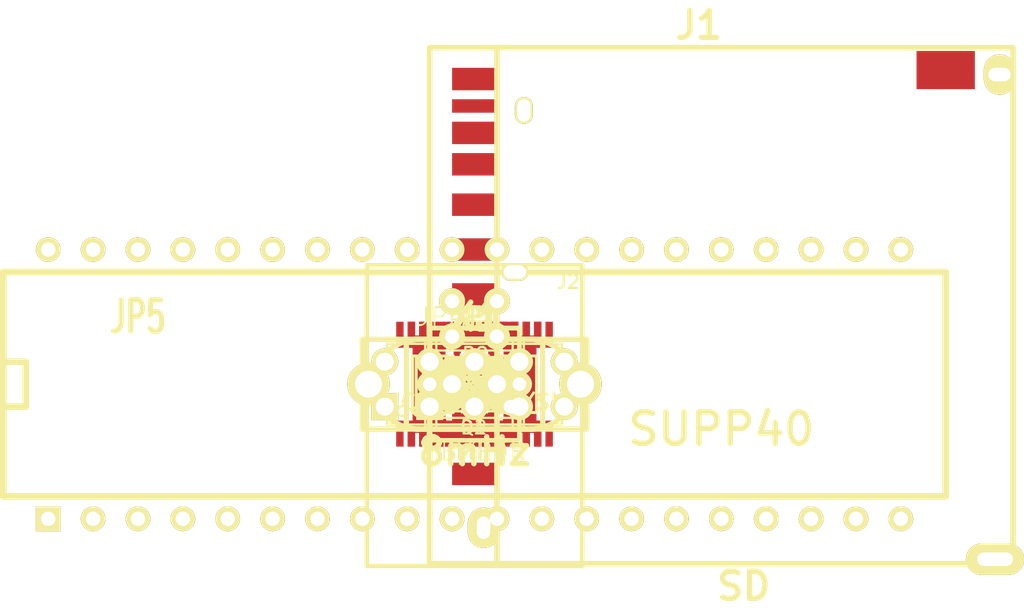
<source format=kicad_pcb>
(kicad_pcb (version 3) (host pcbnew "(2013-07-07 BZR 4022)-stable")

  (general
    (links 147)
    (no_connects 99)
    (area 0 0 0 0)
    (thickness 1.6)
    (drawings 0)
    (tracks 0)
    (zones 0)
    (modules 80)
    (nets 62)
  )

  (page A3)
  (layers
    (15 F.Cu signal)
    (0 B.Cu signal)
    (16 B.Adhes user)
    (17 F.Adhes user)
    (18 B.Paste user)
    (19 F.Paste user)
    (20 B.SilkS user)
    (21 F.SilkS user)
    (22 B.Mask user)
    (23 F.Mask user)
    (24 Dwgs.User user)
    (25 Cmts.User user)
    (26 Eco1.User user)
    (27 Eco2.User user)
    (28 Edge.Cuts user)
  )

  (setup
    (last_trace_width 0.254)
    (trace_clearance 0.254)
    (zone_clearance 0.508)
    (zone_45_only no)
    (trace_min 0.254)
    (segment_width 0.2)
    (edge_width 0.15)
    (via_size 0.889)
    (via_drill 0.635)
    (via_min_size 0.889)
    (via_min_drill 0.508)
    (uvia_size 0.508)
    (uvia_drill 0.127)
    (uvias_allowed no)
    (uvia_min_size 0.508)
    (uvia_min_drill 0.127)
    (pcb_text_width 0.3)
    (pcb_text_size 1.5 1.5)
    (mod_edge_width 0.15)
    (mod_text_size 1.5 1.5)
    (mod_text_width 0.15)
    (pad_size 1.524 1.524)
    (pad_drill 0.762)
    (pad_to_mask_clearance 0.2)
    (aux_axis_origin 0 0)
    (visible_elements FFFFFFBF)
    (pcbplotparams
      (layerselection 3178497)
      (usegerberextensions true)
      (excludeedgelayer true)
      (linewidth 0.100000)
      (plotframeref false)
      (viasonmask false)
      (mode 1)
      (useauxorigin false)
      (hpglpennumber 1)
      (hpglpenspeed 20)
      (hpglpendiameter 15)
      (hpglpenoverlay 2)
      (psnegative false)
      (psa4output false)
      (plotreference true)
      (plotvalue true)
      (plotothertext true)
      (plotinvisibletext false)
      (padsonsilk false)
      (subtractmaskfromsilk false)
      (outputformat 1)
      (mirror false)
      (drillshape 1)
      (scaleselection 1)
      (outputdirectory ""))
  )

  (net 0 "")
  (net 1 /GND)
  (net 2 /RESET)
  (net 3 /SDCARD/3.3V)
  (net 4 /SDCARD/GND)
  (net 5 /SDCARD/RX)
  (net 6 /SDCARD/RXMS1)
  (net 7 /SDCARD/SDCardMISO)
  (net 8 /SDCARD/VCC)
  (net 9 /VCC)
  (net 10 /VDDA)
  (net 11 /VREF)
  (net 12 /ms1Interface/CANtx)
  (net 13 /ms1Interface/IACEnble)
  (net 14 /ms1Interface/INJ1)
  (net 15 /ms1Interface/INJ2)
  (net 16 /ms1Interface/V12)
  (net 17 /ms1Interface/VDDA)
  (net 18 /ms1Interface/X2)
  (net 19 /ms1Interface/X3)
  (net 20 /ms1Interface/X4)
  (net 21 /ms1Interface/X5)
  (net 22 GND)
  (net 23 N-000001)
  (net 24 N-00000216)
  (net 25 N-00000217)
  (net 26 N-00000218)
  (net 27 N-00000219)
  (net 28 N-00000220)
  (net 29 N-00000221)
  (net 30 N-00000222)
  (net 31 N-00000223)
  (net 32 N-00000225)
  (net 33 N-00000229)
  (net 34 N-00000230)
  (net 35 N-00000234)
  (net 36 N-00000235)
  (net 37 N-00000236)
  (net 38 N-00000239)
  (net 39 N-00000242)
  (net 40 N-00000245)
  (net 41 N-00000248)
  (net 42 N-00000259)
  (net 43 N-00000260)
  (net 44 N-00000261)
  (net 45 N-00000262)
  (net 46 N-00000263)
  (net 47 N-00000266)
  (net 48 N-00000267)
  (net 49 N-00000268)
  (net 50 N-00000272)
  (net 51 N-00000273)
  (net 52 N-00000274)
  (net 53 N-00000276)
  (net 54 N-000004)
  (net 55 N-0000042)
  (net 56 N-0000044)
  (net 57 N-0000055)
  (net 58 N-0000057)
  (net 59 N-0000058)
  (net 60 N-000006)
  (net 61 VCC)

  (net_class Default "This is the default net class."
    (clearance 0.254)
    (trace_width 0.254)
    (via_dia 0.889)
    (via_drill 0.635)
    (uvia_dia 0.508)
    (uvia_drill 0.127)
    (add_net "")
    (add_net /GND)
    (add_net /RESET)
    (add_net /SDCARD/3.3V)
    (add_net /SDCARD/GND)
    (add_net /SDCARD/RX)
    (add_net /SDCARD/RXMS1)
    (add_net /SDCARD/SDCardMISO)
    (add_net /SDCARD/VCC)
    (add_net /VCC)
    (add_net /VDDA)
    (add_net /VREF)
    (add_net /ms1Interface/CANtx)
    (add_net /ms1Interface/IACEnble)
    (add_net /ms1Interface/INJ1)
    (add_net /ms1Interface/INJ2)
    (add_net /ms1Interface/V12)
    (add_net /ms1Interface/VDDA)
    (add_net /ms1Interface/X2)
    (add_net /ms1Interface/X3)
    (add_net /ms1Interface/X4)
    (add_net /ms1Interface/X5)
    (add_net GND)
    (add_net N-000001)
    (add_net N-00000216)
    (add_net N-00000217)
    (add_net N-00000218)
    (add_net N-00000219)
    (add_net N-00000220)
    (add_net N-00000221)
    (add_net N-00000222)
    (add_net N-00000223)
    (add_net N-00000225)
    (add_net N-00000229)
    (add_net N-00000230)
    (add_net N-00000234)
    (add_net N-00000235)
    (add_net N-00000236)
    (add_net N-00000239)
    (add_net N-00000242)
    (add_net N-00000245)
    (add_net N-00000248)
    (add_net N-00000259)
    (add_net N-00000260)
    (add_net N-00000261)
    (add_net N-00000262)
    (add_net N-00000263)
    (add_net N-00000266)
    (add_net N-00000267)
    (add_net N-00000268)
    (add_net N-00000272)
    (add_net N-00000273)
    (add_net N-00000274)
    (add_net N-00000276)
    (add_net N-000004)
    (add_net N-0000042)
    (add_net N-0000044)
    (add_net N-0000055)
    (add_net N-0000057)
    (add_net N-0000058)
    (add_net N-000006)
    (add_net VCC)
  )

  (module USB_B (layer F.Cu) (tedit 4F3333C4) (tstamp 548B9A04)
    (at 0 0)
    (tags USB)
    (path /544C1883/544D83F8)
    (fp_text reference J2 (at 5.3086 -5.7912) (layer F.SilkS)
      (effects (font (size 0.762 0.762) (thickness 0.127)))
    )
    (fp_text value USB_B (at 0 0) (layer F.SilkS) hide
      (effects (font (size 0.762 0.762) (thickness 0.127)))
    )
    (fp_line (start -6.096 10.287) (end 6.096 10.287) (layer F.SilkS) (width 0.254))
    (fp_line (start 6.096 10.287) (end 6.096 -6.731) (layer F.SilkS) (width 0.254))
    (fp_line (start 6.096 -6.731) (end -6.096 -6.731) (layer F.SilkS) (width 0.254))
    (fp_line (start -6.096 -6.731) (end -6.096 10.287) (layer F.SilkS) (width 0.254))
    (pad 1 thru_hole circle (at 1.27 -4.699) (size 1.4732 1.4732) (drill 0.8001)
      (layers *.Cu *.Mask F.SilkS)
      (net 43 N-00000260)
      (solder_mask_margin 0.1524)
      (solder_paste_margin -0.1016)
    )
    (pad 2 thru_hole circle (at -1.27 -4.699) (size 1.4732 1.4732) (drill 0.8001)
      (layers *.Cu *.Mask F.SilkS)
      (net 39 N-00000242)
      (solder_mask_margin 0.1524)
      (solder_paste_margin -0.1016)
    )
    (pad 3 thru_hole circle (at -1.27 -2.70002) (size 1.4732 1.4732) (drill 0.8001)
      (layers *.Cu *.Mask F.SilkS)
      (net 38 N-00000239)
      (solder_mask_margin 0.1524)
      (solder_paste_margin -0.1016)
    )
    (pad 4 thru_hole circle (at 1.27 -2.70002) (size 1.4732 1.4732) (drill 0.8001)
      (layers *.Cu *.Mask F.SilkS)
      (net 4 /SDCARD/GND)
      (solder_mask_margin 0.1524)
      (solder_paste_margin -0.1016)
    )
    (pad 5 thru_hole circle (at 5.99948 0) (size 2.413 2.413) (drill 1.524)
      (layers *.Cu *.Mask F.SilkS)
      (solder_mask_margin 0.1524)
      (solder_paste_margin -0.1016)
    )
    (pad 6 thru_hole circle (at -5.99948 0) (size 2.413 2.413) (drill 1.524)
      (layers *.Cu *.Mask F.SilkS)
      (solder_mask_margin 0.1524)
      (solder_paste_margin -0.1016)
    )
    (model connectors/usb/normal/usb_b/usb_b_through_hole.wrl
      (at (xyz 0 0 0.001))
      (scale (xyz 0.3937 0.3937 0.3937))
      (rotate (xyz 0 0 0))
    )
  )

  (module tssop-28 (layer F.Cu) (tedit 50BDFACC) (tstamp 548B9A29)
    (at 0 0)
    (descr TSSOP-28)
    (path /544C1883/544D83CA)
    (attr smd)
    (fp_text reference U6 (at 0 0.70104) (layer F.SilkS)
      (effects (font (size 1.00076 1.00076) (thickness 0.14986)))
    )
    (fp_text value FT232RL (at 0 -0.70104) (layer F.SilkS)
      (effects (font (size 1.00076 1.00076) (thickness 0.14986)))
    )
    (fp_line (start 4.953 -2.286) (end -4.953 -2.286) (layer F.SilkS) (width 0.127))
    (fp_line (start -4.953 -2.286) (end -4.953 2.286) (layer F.SilkS) (width 0.127))
    (fp_line (start -4.953 2.286) (end 4.953 2.286) (layer F.SilkS) (width 0.127))
    (fp_line (start 4.953 2.286) (end 4.953 -2.286) (layer F.SilkS) (width 0.127))
    (fp_circle (center -4.064 1.524) (end -4.191 1.778) (layer F.SilkS) (width 0.127))
    (pad 7 smd rect (at -0.32512 2.79908) (size 0.4191 1.47066)
      (layers F.Cu F.Paste F.Mask)
      (net 4 /SDCARD/GND)
    )
    (pad 8 smd rect (at 0.32512 2.79908) (size 0.4191 1.47066)
      (layers F.Cu F.Paste F.Mask)
    )
    (pad 9 smd rect (at 0.97536 2.79908) (size 0.4191 1.47066)
      (layers F.Cu F.Paste F.Mask)
    )
    (pad 10 smd rect (at 1.6256 2.79908) (size 0.4191 1.47066)
      (layers F.Cu F.Paste F.Mask)
    )
    (pad 25 smd rect (at -2.26568 -2.794) (size 0.4191 1.47066)
      (layers F.Cu F.Paste F.Mask)
      (net 4 /SDCARD/GND)
    )
    (pad 4 smd rect (at -2.27584 2.79908) (size 0.4191 1.47066)
      (layers F.Cu F.Paste F.Mask)
      (net 41 N-00000248)
    )
    (pad 5 smd rect (at -1.6256 2.79908) (size 0.4191 1.47066)
      (layers F.Cu F.Paste F.Mask)
    )
    (pad 6 smd rect (at -0.97536 2.79908) (size 0.4191 1.47066)
      (layers F.Cu F.Paste F.Mask)
    )
    (pad 18 smd rect (at 2.27584 -2.79908) (size 0.4191 1.47066)
      (layers F.Cu F.Paste F.Mask)
      (net 4 /SDCARD/GND)
    )
    (pad 19 smd rect (at 1.6256 -2.79908) (size 0.4191 1.47066)
      (layers F.Cu F.Paste F.Mask)
      (net 44 N-00000261)
    )
    (pad 20 smd rect (at 0.97536 -2.79908) (size 0.4191 1.47066)
      (layers F.Cu F.Paste F.Mask)
      (net 41 N-00000248)
    )
    (pad 21 smd rect (at 0.32512 -2.79908) (size 0.4191 1.47066)
      (layers F.Cu F.Paste F.Mask)
      (net 4 /SDCARD/GND)
    )
    (pad 22 smd rect (at -0.32512 -2.79908) (size 0.4191 1.47066)
      (layers F.Cu F.Paste F.Mask)
    )
    (pad 23 smd rect (at -0.97536 -2.79908) (size 0.4191 1.47066)
      (layers F.Cu F.Paste F.Mask)
    )
    (pad 11 smd rect (at 2.27584 2.79908) (size 0.4191 1.47066)
      (layers F.Cu F.Paste F.Mask)
    )
    (pad 24 smd rect (at -1.6256 -2.794) (size 0.4191 1.47066)
      (layers F.Cu F.Paste F.Mask)
    )
    (pad 3 smd rect (at -2.92608 2.79908) (size 0.4191 1.47066)
      (layers F.Cu F.Paste F.Mask)
    )
    (pad 12 smd rect (at 2.92608 2.79908) (size 0.4191 1.47066)
      (layers F.Cu F.Paste F.Mask)
    )
    (pad 17 smd rect (at 2.92608 -2.79908) (size 0.4191 1.47066)
      (layers F.Cu F.Paste F.Mask)
      (net 40 N-00000245)
    )
    (pad 26 smd rect (at -2.92608 -2.79908) (size 0.4191 1.47066)
      (layers F.Cu F.Paste F.Mask)
      (net 4 /SDCARD/GND)
    )
    (pad 2 smd rect (at -3.57378 2.79908) (size 0.4191 1.47066)
      (layers F.Cu F.Paste F.Mask)
    )
    (pad 13 smd rect (at 3.57378 2.79908) (size 0.4191 1.47066)
      (layers F.Cu F.Paste F.Mask)
    )
    (pad 16 smd rect (at 3.57378 -2.79908) (size 0.4191 1.47066)
      (layers F.Cu F.Paste F.Mask)
      (net 39 N-00000242)
    )
    (pad 27 smd rect (at -3.57378 -2.79908) (size 0.4191 1.47066)
      (layers F.Cu F.Paste F.Mask)
    )
    (pad 1 smd rect (at -4.22402 2.79908) (size 0.4191 1.47066)
      (layers F.Cu F.Paste F.Mask)
      (net 45 N-00000262)
    )
    (pad 14 smd rect (at 4.22402 2.79908) (size 0.4191 1.47066)
      (layers F.Cu F.Paste F.Mask)
    )
    (pad 15 smd rect (at 4.22402 -2.79908) (size 0.4191 1.47066)
      (layers F.Cu F.Paste F.Mask)
      (net 38 N-00000239)
    )
    (pad 28 smd rect (at -4.22402 -2.79908) (size 0.4191 1.47066)
      (layers F.Cu F.Paste F.Mask)
    )
    (model smd/smd_dil/tssop-28.wrl
      (at (xyz 0 0 0))
      (scale (xyz 1 1 1))
      (rotate (xyz 0 0 0))
    )
  )

  (module tssop-24 (layer F.Cu) (tedit 50BDFAA3) (tstamp 548B9A4A)
    (at 0 0)
    (descr TSSOP-24)
    (path /544C14AA/544DD87E)
    (attr smd)
    (fp_text reference U4 (at 0 0.508) (layer F.SilkS)
      (effects (font (size 0.8001 0.8001) (thickness 0.11938)))
    )
    (fp_text value A4970 (at 0 -0.89916) (layer F.SilkS)
      (effects (font (size 1.00076 1.00076) (thickness 0.14986)))
    )
    (fp_line (start 3.937 -2.286) (end -3.937 -2.286) (layer F.SilkS) (width 0.127))
    (fp_line (start -3.937 -2.286) (end -3.937 2.286) (layer F.SilkS) (width 0.127))
    (fp_line (start -3.937 2.286) (end 3.937 2.286) (layer F.SilkS) (width 0.127))
    (fp_line (start 3.937 2.286) (end 3.937 -2.286) (layer F.SilkS) (width 0.127))
    (fp_circle (center -3.175 1.524) (end -3.302 1.778) (layer F.SilkS) (width 0.127))
    (pad 6 smd rect (at -0.32512 2.79908) (size 0.4191 1.47066)
      (layers F.Cu F.Paste F.Mask)
      (net 22 GND)
    )
    (pad 7 smd rect (at 0.32512 2.79908) (size 0.4191 1.47066)
      (layers F.Cu F.Paste F.Mask)
      (net 22 GND)
    )
    (pad 8 smd rect (at 0.97536 2.79908) (size 0.4191 1.47066)
      (layers F.Cu F.Paste F.Mask)
      (net 28 N-00000220)
    )
    (pad 9 smd rect (at 1.6256 2.79908) (size 0.4191 1.47066)
      (layers F.Cu F.Paste F.Mask)
      (net 26 N-00000218)
    )
    (pad 22 smd rect (at -2.26568 -2.794) (size 0.4191 1.47066)
      (layers F.Cu F.Paste F.Mask)
      (net 24 N-00000216)
    )
    (pad 3 smd rect (at -2.27584 2.79908) (size 0.4191 1.47066)
      (layers F.Cu F.Paste F.Mask)
    )
    (pad 4 smd rect (at -1.6256 2.79908) (size 0.4191 1.47066)
      (layers F.Cu F.Paste F.Mask)
      (net 61 VCC)
    )
    (pad 5 smd rect (at -0.97536 2.79908) (size 0.4191 1.47066)
      (layers F.Cu F.Paste F.Mask)
      (net 27 N-00000219)
    )
    (pad 15 smd rect (at 2.27584 -2.79908) (size 0.4191 1.47066)
      (layers F.Cu F.Paste F.Mask)
      (net 25 N-00000217)
    )
    (pad 16 smd rect (at 1.6256 -2.79908) (size 0.4191 1.47066)
      (layers F.Cu F.Paste F.Mask)
      (net 30 N-00000222)
    )
    (pad 17 smd rect (at 0.97536 -2.79908) (size 0.4191 1.47066)
      (layers F.Cu F.Paste F.Mask)
      (net 18 /ms1Interface/X2)
    )
    (pad 18 smd rect (at 0.32512 -2.79908) (size 0.4191 1.47066)
      (layers F.Cu F.Paste F.Mask)
      (net 22 GND)
    )
    (pad 19 smd rect (at -0.32512 -2.79908) (size 0.4191 1.47066)
      (layers F.Cu F.Paste F.Mask)
      (net 22 GND)
    )
    (pad 20 smd rect (at -0.97536 -2.79908) (size 0.4191 1.47066)
      (layers F.Cu F.Paste F.Mask)
      (net 20 /ms1Interface/X4)
    )
    (pad 10 smd rect (at 2.27584 2.79908) (size 0.4191 1.47066)
      (layers F.Cu F.Paste F.Mask)
      (net 61 VCC)
    )
    (pad 21 smd rect (at -1.6256 -2.794) (size 0.4191 1.47066)
      (layers F.Cu F.Paste F.Mask)
      (net 29 N-00000221)
    )
    (pad 2 smd rect (at -2.92608 2.79908) (size 0.4191 1.47066)
      (layers F.Cu F.Paste F.Mask)
      (net 13 /ms1Interface/IACEnble)
    )
    (pad 11 smd rect (at 2.92608 2.79908) (size 0.4191 1.47066)
      (layers F.Cu F.Paste F.Mask)
    )
    (pad 14 smd rect (at 2.92608 -2.79908) (size 0.4191 1.47066)
      (layers F.Cu F.Paste F.Mask)
      (net 19 /ms1Interface/X3)
    )
    (pad 23 smd rect (at -2.92608 -2.79908) (size 0.4191 1.47066)
      (layers F.Cu F.Paste F.Mask)
      (net 21 /ms1Interface/X5)
    )
    (pad 1 smd rect (at -3.57378 2.79908) (size 0.4191 1.47066)
      (layers F.Cu F.Paste F.Mask)
      (net 13 /ms1Interface/IACEnble)
    )
    (pad 12 smd rect (at 3.57378 2.79908) (size 0.4191 1.47066)
      (layers F.Cu F.Paste F.Mask)
      (net 13 /ms1Interface/IACEnble)
    )
    (pad 13 smd rect (at 3.57378 -2.79908) (size 0.4191 1.47066)
      (layers F.Cu F.Paste F.Mask)
      (net 13 /ms1Interface/IACEnble)
    )
    (pad 24 smd rect (at -3.57378 -2.79908) (size 0.4191 1.47066)
      (layers F.Cu F.Paste F.Mask)
      (net 16 /ms1Interface/V12)
    )
    (model smd/smd_dil/tssop-24.wrl
      (at (xyz 0 0 0))
      (scale (xyz 1 1 1))
      (rotate (xyz 0 0 0))
    )
  )

  (module tssop-14 (layer F.Cu) (tedit 50BDFA14) (tstamp 548B9A61)
    (at 0 0)
    (descr TSSOP-14)
    (path /544C14AA/544DDBCF)
    (attr smd)
    (fp_text reference U2 (at 0 0.508) (layer F.SilkS)
      (effects (font (size 0.70104 0.59944) (thickness 0.11938)))
    )
    (fp_text value 74HC00 (at 0 -1.143) (layer F.SilkS)
      (effects (font (size 1.00076 1.00076) (thickness 0.11938)))
    )
    (fp_circle (center -1.905 1.524) (end -2.032 1.778) (layer F.SilkS) (width 0.127))
    (fp_line (start 2.54 -2.286) (end -2.54 -2.286) (layer F.SilkS) (width 0.127))
    (fp_line (start -2.54 -2.286) (end -2.54 2.286) (layer F.SilkS) (width 0.127))
    (fp_line (start -2.54 2.286) (end 2.54 2.286) (layer F.SilkS) (width 0.127))
    (fp_line (start 2.54 2.286) (end 2.54 -2.286) (layer F.SilkS) (width 0.127))
    (pad 4 smd rect (at 0 2.79908) (size 0.4191 1.47066)
      (layers F.Cu F.Paste F.Mask)
    )
    (pad 5 smd rect (at 0.65024 2.79908) (size 0.4191 1.47066)
      (layers F.Cu F.Paste F.Mask)
      (net 15 /ms1Interface/INJ2)
    )
    (pad 6 smd rect (at 1.30048 2.79908) (size 0.4191 1.47066)
      (layers F.Cu F.Paste F.Mask)
      (net 36 N-00000235)
    )
    (pad 7 smd rect (at 1.95072 2.79908) (size 0.4191 1.47066)
      (layers F.Cu F.Paste F.Mask)
      (net 22 GND)
    )
    (pad 8 smd rect (at 1.95072 -2.79908) (size 0.4191 1.47066)
      (layers F.Cu F.Paste F.Mask)
    )
    (pad 1 smd rect (at -1.95072 2.79908) (size 0.4191 1.47066)
      (layers F.Cu F.Paste F.Mask)
      (net 14 /ms1Interface/INJ1)
    )
    (pad 2 smd rect (at -1.30048 2.79908) (size 0.4191 1.47066)
      (layers F.Cu F.Paste F.Mask)
    )
    (pad 3 smd rect (at -0.65024 2.79908) (size 0.4191 1.47066)
      (layers F.Cu F.Paste F.Mask)
      (net 37 N-00000236)
    )
    (pad 9 smd rect (at 1.30048 -2.79908) (size 0.4191 1.47066)
      (layers F.Cu F.Paste F.Mask)
      (net 61 VCC)
    )
    (pad 10 smd rect (at 0.65024 -2.79908) (size 0.4191 1.47066)
      (layers F.Cu F.Paste F.Mask)
      (net 61 VCC)
    )
    (pad 11 smd rect (at 0 -2.79908) (size 0.4191 1.47066)
      (layers F.Cu F.Paste F.Mask)
    )
    (pad 12 smd rect (at -0.65024 -2.79908) (size 0.4191 1.47066)
      (layers F.Cu F.Paste F.Mask)
      (net 61 VCC)
    )
    (pad 13 smd rect (at -1.30048 -2.79908) (size 0.4191 1.47066)
      (layers F.Cu F.Paste F.Mask)
      (net 61 VCC)
    )
    (pad 14 smd rect (at -1.95072 -2.79908) (size 0.4191 1.47066)
      (layers F.Cu F.Paste F.Mask)
      (net 61 VCC)
    )
    (model smd/smd_dil/tssop-14.wrl
      (at (xyz 0 0 0))
      (scale (xyz 1 1 1))
      (rotate (xyz 0 0 0))
    )
  )

  (module SSOP8 (layer F.Cu) (tedit 46ADEAE0) (tstamp 548B9A72)
    (at 0 0)
    (path /544C1883/544D7FE5)
    (attr smd)
    (fp_text reference U5 (at 0 0.508) (layer F.SilkS)
      (effects (font (size 1.016 1.016) (thickness 0.1524)))
    )
    (fp_text value LD1117LD33C (at 0 -0.762) (layer F.SilkS) hide
      (effects (font (size 0.762 0.508) (thickness 0.1524)))
    )
    (fp_circle (center -1.016 1.016) (end -1.016 0.762) (layer F.SilkS) (width 0.1524))
    (fp_line (start 1.524 1.524) (end -1.524 1.524) (layer F.SilkS) (width 0.1524))
    (fp_line (start -1.524 1.524) (end -1.524 -1.524) (layer F.SilkS) (width 0.1524))
    (fp_line (start -1.524 -1.524) (end 1.524 -1.524) (layer F.SilkS) (width 0.1524))
    (fp_line (start 1.524 -1.524) (end 1.524 1.524) (layer F.SilkS) (width 0.1524))
    (pad 1 smd rect (at -0.9779 2.2225) (size 0.4064 1.27)
      (layers F.Cu F.Paste F.Mask)
      (net 4 /SDCARD/GND)
    )
    (pad 2 smd rect (at -0.3302 2.2225) (size 0.4064 1.27)
      (layers F.Cu F.Paste F.Mask)
      (net 3 /SDCARD/3.3V)
    )
    (pad 3 smd rect (at 0.3302 2.2225) (size 0.4064 1.27)
      (layers F.Cu F.Paste F.Mask)
      (net 3 /SDCARD/3.3V)
    )
    (pad 4 smd rect (at 0.9779 2.2225) (size 0.4064 1.27)
      (layers F.Cu F.Paste F.Mask)
      (net 8 /SDCARD/VCC)
    )
    (pad 5 smd rect (at 0.9779 -2.2225) (size 0.4064 1.27)
      (layers F.Cu F.Paste F.Mask)
    )
    (pad 6 smd rect (at 0.3302 -2.2225) (size 0.4064 1.27)
      (layers F.Cu F.Paste F.Mask)
      (net 3 /SDCARD/3.3V)
    )
    (pad 7 smd rect (at -0.3302 -2.2225) (size 0.4064 1.27)
      (layers F.Cu F.Paste F.Mask)
      (net 3 /SDCARD/3.3V)
    )
    (pad 8 smd rect (at -0.9779 -2.2225) (size 0.4064 1.27)
      (layers F.Cu F.Paste F.Mask)
    )
    (model smd/cms_so8.wrl
      (at (xyz 0 0 0))
      (scale (xyz 0.25 0.25 0.25))
      (rotate (xyz 0 0 0))
    )
  )

  (module sot23 (layer F.Cu) (tedit 521B56BA) (tstamp 548B9A80)
    (at 0 0)
    (descr SOT23)
    (path /544C1883/544C3862)
    (fp_text reference Q2 (at -0.05842 2.44856) (layer F.SilkS)
      (effects (font (size 0.762 0.762) (thickness 0.1016)))
    )
    (fp_text value 2N7002 (at 0 0.3302) (layer F.SilkS) hide
      (effects (font (size 0.50038 0.50038) (thickness 0.09906)))
    )
    (fp_line (start 0.9525 0.6985) (end 0.9525 1.3589) (layer F.SilkS) (width 0.127))
    (fp_line (start -0.9525 0.6985) (end -0.9525 1.3589) (layer F.SilkS) (width 0.127))
    (fp_line (start 0 -0.6985) (end 0 -1.3589) (layer F.SilkS) (width 0.127))
    (fp_line (start -1.4986 -0.6985) (end 1.4986 -0.6985) (layer F.SilkS) (width 0.127))
    (fp_line (start 1.4986 -0.6985) (end 1.4986 0.6985) (layer F.SilkS) (width 0.127))
    (fp_line (start 1.4986 0.6985) (end -1.4986 0.6985) (layer F.SilkS) (width 0.127))
    (fp_line (start -1.4986 0.6985) (end -1.4986 -0.6985) (layer F.SilkS) (width 0.127))
    (pad 1 smd rect (at -0.9525 1.05664) (size 0.59944 1.00076)
      (layers F.Cu F.Paste F.Mask)
    )
    (pad 3 smd rect (at 0 -1.05664) (size 0.59944 1.00076)
      (layers F.Cu F.Paste F.Mask)
    )
    (pad 2 smd rect (at 0.9525 1.05664) (size 0.59944 1.00076)
      (layers F.Cu F.Paste F.Mask)
    )
    (model walter/smd_trans/sot23.wrl
      (at (xyz 0 0 0))
      (scale (xyz 1 1 1))
      (rotate (xyz 0 0 0))
    )
  )

  (module sot23 (layer F.Cu) (tedit 521B56BA) (tstamp 548B9A8E)
    (at 0 0)
    (descr SOT23)
    (path /544C1883/544C3764)
    (fp_text reference Q1 (at -0.05842 2.44856) (layer F.SilkS)
      (effects (font (size 0.762 0.762) (thickness 0.1016)))
    )
    (fp_text value 2N7002 (at 0 0.3302) (layer F.SilkS) hide
      (effects (font (size 0.50038 0.50038) (thickness 0.09906)))
    )
    (fp_line (start 0.9525 0.6985) (end 0.9525 1.3589) (layer F.SilkS) (width 0.127))
    (fp_line (start -0.9525 0.6985) (end -0.9525 1.3589) (layer F.SilkS) (width 0.127))
    (fp_line (start 0 -0.6985) (end 0 -1.3589) (layer F.SilkS) (width 0.127))
    (fp_line (start -1.4986 -0.6985) (end 1.4986 -0.6985) (layer F.SilkS) (width 0.127))
    (fp_line (start 1.4986 -0.6985) (end 1.4986 0.6985) (layer F.SilkS) (width 0.127))
    (fp_line (start 1.4986 0.6985) (end -1.4986 0.6985) (layer F.SilkS) (width 0.127))
    (fp_line (start -1.4986 0.6985) (end -1.4986 -0.6985) (layer F.SilkS) (width 0.127))
    (pad 1 smd rect (at -0.9525 1.05664) (size 0.59944 1.00076)
      (layers F.Cu F.Paste F.Mask)
    )
    (pad 3 smd rect (at 0 -1.05664) (size 0.59944 1.00076)
      (layers F.Cu F.Paste F.Mask)
    )
    (pad 2 smd rect (at 0.9525 1.05664) (size 0.59944 1.00076)
      (layers F.Cu F.Paste F.Mask)
    )
    (model walter/smd_trans/sot23.wrl
      (at (xyz 0 0 0))
      (scale (xyz 1 1 1))
      (rotate (xyz 0 0 0))
    )
  )

  (module sot23 (layer F.Cu) (tedit 521B56BA) (tstamp 548B9A9C)
    (at 0 0)
    (descr SOT23)
    (path /544C1883/544DA527)
    (fp_text reference D2 (at -0.05842 2.44856) (layer F.SilkS)
      (effects (font (size 0.762 0.762) (thickness 0.1016)))
    )
    (fp_text value DIODE (at 0 0.3302) (layer F.SilkS) hide
      (effects (font (size 0.50038 0.50038) (thickness 0.09906)))
    )
    (fp_line (start 0.9525 0.6985) (end 0.9525 1.3589) (layer F.SilkS) (width 0.127))
    (fp_line (start -0.9525 0.6985) (end -0.9525 1.3589) (layer F.SilkS) (width 0.127))
    (fp_line (start 0 -0.6985) (end 0 -1.3589) (layer F.SilkS) (width 0.127))
    (fp_line (start -1.4986 -0.6985) (end 1.4986 -0.6985) (layer F.SilkS) (width 0.127))
    (fp_line (start 1.4986 -0.6985) (end 1.4986 0.6985) (layer F.SilkS) (width 0.127))
    (fp_line (start 1.4986 0.6985) (end -1.4986 0.6985) (layer F.SilkS) (width 0.127))
    (fp_line (start -1.4986 0.6985) (end -1.4986 -0.6985) (layer F.SilkS) (width 0.127))
    (pad 1 smd rect (at -0.9525 1.05664) (size 0.59944 1.00076)
      (layers F.Cu F.Paste F.Mask)
      (net 5 /SDCARD/RX)
    )
    (pad 3 smd rect (at 0 -1.05664) (size 0.59944 1.00076)
      (layers F.Cu F.Paste F.Mask)
    )
    (pad 2 smd rect (at 0.9525 1.05664) (size 0.59944 1.00076)
      (layers F.Cu F.Paste F.Mask)
      (net 45 N-00000262)
    )
    (model walter/smd_trans/sot23.wrl
      (at (xyz 0 0 0))
      (scale (xyz 1 1 1))
      (rotate (xyz 0 0 0))
    )
  )

  (module sot23 (layer F.Cu) (tedit 521B56BA) (tstamp 548B9AAA)
    (at 0 0)
    (descr SOT23)
    (path /544C1883/544DA57D)
    (fp_text reference D1 (at -0.05842 2.44856) (layer F.SilkS)
      (effects (font (size 0.762 0.762) (thickness 0.1016)))
    )
    (fp_text value DIODE (at 0 0.3302) (layer F.SilkS) hide
      (effects (font (size 0.50038 0.50038) (thickness 0.09906)))
    )
    (fp_line (start 0.9525 0.6985) (end 0.9525 1.3589) (layer F.SilkS) (width 0.127))
    (fp_line (start -0.9525 0.6985) (end -0.9525 1.3589) (layer F.SilkS) (width 0.127))
    (fp_line (start 0 -0.6985) (end 0 -1.3589) (layer F.SilkS) (width 0.127))
    (fp_line (start -1.4986 -0.6985) (end 1.4986 -0.6985) (layer F.SilkS) (width 0.127))
    (fp_line (start 1.4986 -0.6985) (end 1.4986 0.6985) (layer F.SilkS) (width 0.127))
    (fp_line (start 1.4986 0.6985) (end -1.4986 0.6985) (layer F.SilkS) (width 0.127))
    (fp_line (start -1.4986 0.6985) (end -1.4986 -0.6985) (layer F.SilkS) (width 0.127))
    (pad 1 smd rect (at -0.9525 1.05664) (size 0.59944 1.00076)
      (layers F.Cu F.Paste F.Mask)
      (net 5 /SDCARD/RX)
    )
    (pad 3 smd rect (at 0 -1.05664) (size 0.59944 1.00076)
      (layers F.Cu F.Paste F.Mask)
    )
    (pad 2 smd rect (at 0.9525 1.05664) (size 0.59944 1.00076)
      (layers F.Cu F.Paste F.Mask)
      (net 6 /SDCARD/RXMS1)
    )
    (model walter/smd_trans/sot23.wrl
      (at (xyz 0 0 0))
      (scale (xyz 1 1 1))
      (rotate (xyz 0 0 0))
    )
  )

  (module sot23 (layer F.Cu) (tedit 521B56BA) (tstamp 548B9AB8)
    (at 0 0)
    (descr SOT23)
    (path /544C1883/544C2A18)
    (fp_text reference D4 (at -0.05842 2.44856) (layer F.SilkS)
      (effects (font (size 0.762 0.762) (thickness 0.1016)))
    )
    (fp_text value DIODE (at 0 0.3302) (layer F.SilkS) hide
      (effects (font (size 0.50038 0.50038) (thickness 0.09906)))
    )
    (fp_line (start 0.9525 0.6985) (end 0.9525 1.3589) (layer F.SilkS) (width 0.127))
    (fp_line (start -0.9525 0.6985) (end -0.9525 1.3589) (layer F.SilkS) (width 0.127))
    (fp_line (start 0 -0.6985) (end 0 -1.3589) (layer F.SilkS) (width 0.127))
    (fp_line (start -1.4986 -0.6985) (end 1.4986 -0.6985) (layer F.SilkS) (width 0.127))
    (fp_line (start 1.4986 -0.6985) (end 1.4986 0.6985) (layer F.SilkS) (width 0.127))
    (fp_line (start 1.4986 0.6985) (end -1.4986 0.6985) (layer F.SilkS) (width 0.127))
    (fp_line (start -1.4986 0.6985) (end -1.4986 -0.6985) (layer F.SilkS) (width 0.127))
    (pad 1 smd rect (at -0.9525 1.05664) (size 0.59944 1.00076)
      (layers F.Cu F.Paste F.Mask)
      (net 48 N-00000267)
    )
    (pad 3 smd rect (at 0 -1.05664) (size 0.59944 1.00076)
      (layers F.Cu F.Paste F.Mask)
    )
    (pad 2 smd rect (at 0.9525 1.05664) (size 0.59944 1.00076)
      (layers F.Cu F.Paste F.Mask)
      (net 8 /SDCARD/VCC)
    )
    (model walter/smd_trans/sot23.wrl
      (at (xyz 0 0 0))
      (scale (xyz 1 1 1))
      (rotate (xyz 0 0 0))
    )
  )

  (module SO8E (layer F.Cu) (tedit 4F33A5C7) (tstamp 548B9ACC)
    (at 0 0)
    (descr "module CMS SOJ 8 pins etroit")
    (tags "CMS SOJ")
    (path /544C14AA/5453DD05)
    (attr smd)
    (fp_text reference U3 (at 0 -0.889) (layer F.SilkS)
      (effects (font (size 1.143 1.143) (thickness 0.1524)))
    )
    (fp_text value MCP2551-I/SN (at 0 1.016) (layer F.SilkS)
      (effects (font (size 0.889 0.889) (thickness 0.1524)))
    )
    (fp_line (start -2.667 1.778) (end -2.667 1.905) (layer F.SilkS) (width 0.127))
    (fp_line (start -2.667 1.905) (end 2.667 1.905) (layer F.SilkS) (width 0.127))
    (fp_line (start 2.667 -1.905) (end -2.667 -1.905) (layer F.SilkS) (width 0.127))
    (fp_line (start -2.667 -1.905) (end -2.667 1.778) (layer F.SilkS) (width 0.127))
    (fp_line (start -2.667 -0.508) (end -2.159 -0.508) (layer F.SilkS) (width 0.127))
    (fp_line (start -2.159 -0.508) (end -2.159 0.508) (layer F.SilkS) (width 0.127))
    (fp_line (start -2.159 0.508) (end -2.667 0.508) (layer F.SilkS) (width 0.127))
    (fp_line (start 2.667 -1.905) (end 2.667 1.905) (layer F.SilkS) (width 0.127))
    (pad 8 smd rect (at -1.905 -2.667) (size 0.59944 1.39954)
      (layers F.Cu F.Paste F.Mask)
      (net 22 GND)
    )
    (pad 1 smd rect (at -1.905 2.667) (size 0.59944 1.39954)
      (layers F.Cu F.Paste F.Mask)
      (net 12 /ms1Interface/CANtx)
    )
    (pad 7 smd rect (at -0.635 -2.667) (size 0.59944 1.39954)
      (layers F.Cu F.Paste F.Mask)
      (net 31 N-00000223)
    )
    (pad 6 smd rect (at 0.635 -2.667) (size 0.59944 1.39954)
      (layers F.Cu F.Paste F.Mask)
      (net 32 N-00000225)
    )
    (pad 5 smd rect (at 1.905 -2.667) (size 0.59944 1.39954)
      (layers F.Cu F.Paste F.Mask)
    )
    (pad 2 smd rect (at -0.635 2.667) (size 0.59944 1.39954)
      (layers F.Cu F.Paste F.Mask)
      (net 22 GND)
    )
    (pad 3 smd rect (at 0.635 2.667) (size 0.59944 1.39954)
      (layers F.Cu F.Paste F.Mask)
      (net 61 VCC)
    )
    (pad 4 smd rect (at 1.905 2.667) (size 0.59944 1.39954)
      (layers F.Cu F.Paste F.Mask)
    )
    (model smd/cms_so8.wrl
      (at (xyz 0 0 0))
      (scale (xyz 0.5 0.32 0.5))
      (rotate (xyz 0 0 0))
    )
  )

  (module SM2010 (layer F.Cu) (tedit 510157F5) (tstamp 548B9AD9)
    (at 0 0)
    (tags "CMS SM")
    (path /544C1883/544DA1A3)
    (attr smd)
    (fp_text reference D3 (at 0 -0.7) (layer F.SilkS)
      (effects (font (size 0.70104 0.70104) (thickness 0.127)))
    )
    (fp_text value DIODE (at 0 0.8) (layer F.SilkS)
      (effects (font (size 0.70104 0.70104) (thickness 0.127)))
    )
    (fp_line (start -3.3 -1.6) (end -3.3 1.6) (layer F.SilkS) (width 0.15))
    (fp_line (start 3.50012 -1.6002) (end 3.50012 1.6002) (layer F.SilkS) (width 0.15))
    (fp_line (start -3.5 -1.6) (end -3.5 1.6) (layer F.SilkS) (width 0.15))
    (fp_line (start 1.19634 1.60528) (end 3.48234 1.60528) (layer F.SilkS) (width 0.15))
    (fp_line (start 3.48234 -1.60528) (end 1.19634 -1.60528) (layer F.SilkS) (width 0.15))
    (fp_line (start -1.2 -1.6) (end -3.5 -1.6) (layer F.SilkS) (width 0.15))
    (fp_line (start -3.5 1.6) (end -1.2 1.6) (layer F.SilkS) (width 0.15))
    (pad 1 smd rect (at -2.4003 0) (size 1.80086 2.70002)
      (layers F.Cu F.Paste F.Mask)
      (net 43 N-00000260)
    )
    (pad 2 smd rect (at 2.4003 0) (size 1.80086 2.70002)
      (layers F.Cu F.Paste F.Mask)
      (net 41 N-00000248)
    )
    (model smd\chip_smd_pol_wide.wrl
      (at (xyz 0 0 0))
      (scale (xyz 0.35 0.35 0.35))
      (rotate (xyz 0 0 0))
    )
  )

  (module SM2010 (layer F.Cu) (tedit 510157F5) (tstamp 548B9AE6)
    (at 0 0)
    (tags "CMS SM")
    (path /544C14AA/544F4EF9)
    (attr smd)
    (fp_text reference R11 (at 0 -0.7) (layer F.SilkS)
      (effects (font (size 0.70104 0.70104) (thickness 0.127)))
    )
    (fp_text value 1OHM (at 0 0.8) (layer F.SilkS)
      (effects (font (size 0.70104 0.70104) (thickness 0.127)))
    )
    (fp_line (start -3.3 -1.6) (end -3.3 1.6) (layer F.SilkS) (width 0.15))
    (fp_line (start 3.50012 -1.6002) (end 3.50012 1.6002) (layer F.SilkS) (width 0.15))
    (fp_line (start -3.5 -1.6) (end -3.5 1.6) (layer F.SilkS) (width 0.15))
    (fp_line (start 1.19634 1.60528) (end 3.48234 1.60528) (layer F.SilkS) (width 0.15))
    (fp_line (start 3.48234 -1.60528) (end 1.19634 -1.60528) (layer F.SilkS) (width 0.15))
    (fp_line (start -1.2 -1.6) (end -3.5 -1.6) (layer F.SilkS) (width 0.15))
    (fp_line (start -3.5 1.6) (end -1.2 1.6) (layer F.SilkS) (width 0.15))
    (pad 1 smd rect (at -2.4003 0) (size 1.80086 2.70002)
      (layers F.Cu F.Paste F.Mask)
      (net 29 N-00000221)
    )
    (pad 2 smd rect (at 2.4003 0) (size 1.80086 2.70002)
      (layers F.Cu F.Paste F.Mask)
      (net 22 GND)
    )
    (model smd\chip_smd_pol_wide.wrl
      (at (xyz 0 0 0))
      (scale (xyz 0.35 0.35 0.35))
      (rotate (xyz 0 0 0))
    )
  )

  (module SM2010 (layer F.Cu) (tedit 510157F5) (tstamp 548B9AF3)
    (at 0 0)
    (tags "CMS SM")
    (path /544C14AA/544F4EEA)
    (attr smd)
    (fp_text reference R4 (at 0 -0.7) (layer F.SilkS)
      (effects (font (size 0.70104 0.70104) (thickness 0.127)))
    )
    (fp_text value "1 OHM" (at 0 0.8) (layer F.SilkS)
      (effects (font (size 0.70104 0.70104) (thickness 0.127)))
    )
    (fp_line (start -3.3 -1.6) (end -3.3 1.6) (layer F.SilkS) (width 0.15))
    (fp_line (start 3.50012 -1.6002) (end 3.50012 1.6002) (layer F.SilkS) (width 0.15))
    (fp_line (start -3.5 -1.6) (end -3.5 1.6) (layer F.SilkS) (width 0.15))
    (fp_line (start 1.19634 1.60528) (end 3.48234 1.60528) (layer F.SilkS) (width 0.15))
    (fp_line (start 3.48234 -1.60528) (end 1.19634 -1.60528) (layer F.SilkS) (width 0.15))
    (fp_line (start -1.2 -1.6) (end -3.5 -1.6) (layer F.SilkS) (width 0.15))
    (fp_line (start -3.5 1.6) (end -1.2 1.6) (layer F.SilkS) (width 0.15))
    (pad 1 smd rect (at -2.4003 0) (size 1.80086 2.70002)
      (layers F.Cu F.Paste F.Mask)
      (net 30 N-00000222)
    )
    (pad 2 smd rect (at 2.4003 0) (size 1.80086 2.70002)
      (layers F.Cu F.Paste F.Mask)
      (net 22 GND)
    )
    (model smd\chip_smd_pol_wide.wrl
      (at (xyz 0 0 0))
      (scale (xyz 0.35 0.35 0.35))
      (rotate (xyz 0 0 0))
    )
  )

  (module SM2010 (layer F.Cu) (tedit 510157F5) (tstamp 548B9B00)
    (at 0 0)
    (tags "CMS SM")
    (path /544C1883/544E2FA0)
    (attr smd)
    (fp_text reference D5 (at 0 -0.7) (layer F.SilkS)
      (effects (font (size 0.70104 0.70104) (thickness 0.127)))
    )
    (fp_text value DIODE (at 0 0.8) (layer F.SilkS)
      (effects (font (size 0.70104 0.70104) (thickness 0.127)))
    )
    (fp_line (start -3.3 -1.6) (end -3.3 1.6) (layer F.SilkS) (width 0.15))
    (fp_line (start 3.50012 -1.6002) (end 3.50012 1.6002) (layer F.SilkS) (width 0.15))
    (fp_line (start -3.5 -1.6) (end -3.5 1.6) (layer F.SilkS) (width 0.15))
    (fp_line (start 1.19634 1.60528) (end 3.48234 1.60528) (layer F.SilkS) (width 0.15))
    (fp_line (start 3.48234 -1.60528) (end 1.19634 -1.60528) (layer F.SilkS) (width 0.15))
    (fp_line (start -1.2 -1.6) (end -3.5 -1.6) (layer F.SilkS) (width 0.15))
    (fp_line (start -3.5 1.6) (end -1.2 1.6) (layer F.SilkS) (width 0.15))
    (pad 1 smd rect (at -2.4003 0) (size 1.80086 2.70002)
      (layers F.Cu F.Paste F.Mask)
      (net 42 N-00000259)
    )
    (pad 2 smd rect (at 2.4003 0) (size 1.80086 2.70002)
      (layers F.Cu F.Paste F.Mask)
      (net 41 N-00000248)
    )
    (model smd\chip_smd_pol_wide.wrl
      (at (xyz 0 0 0))
      (scale (xyz 0.35 0.35 0.35))
      (rotate (xyz 0 0 0))
    )
  )

  (module SM1206 (layer F.Cu) (tedit 4F31CF60) (tstamp 548B9B0C)
    (at 0 0)
    (path /544C14AA/548B5FD6)
    (attr smd)
    (fp_text reference R8 (at 0.04318 -1.68656) (layer F.SilkS)
      (effects (font (size 0.762 0.762) (thickness 0.127)))
    )
    (fp_text value 120 (at -0.06858 0.54864) (layer F.SilkS) hide
      (effects (font (size 0.762 0.762) (thickness 0.127)))
    )
    (fp_line (start -2.54 -1.143) (end -2.54 1.143) (layer F.SilkS) (width 0.254))
    (fp_line (start -2.54 1.143) (end -0.889 1.143) (layer F.SilkS) (width 0.254))
    (fp_line (start 0.889 -1.143) (end 2.54 -1.143) (layer F.SilkS) (width 0.254))
    (fp_line (start 2.54 -1.143) (end 2.54 1.143) (layer F.SilkS) (width 0.254))
    (fp_line (start 2.54 1.143) (end 0.889 1.143) (layer F.SilkS) (width 0.254))
    (fp_line (start -0.889 -1.143) (end -2.54 -1.143) (layer F.SilkS) (width 0.254))
    (pad 1 smd rect (at -1.651 0) (size 1.524 2.032)
      (layers F.Cu F.Paste F.SilkS F.Mask)
      (solder_mask_margin 0.1524)
      (solder_paste_margin -0.1016)
    )
    (pad 2 smd rect (at 1.651 0) (size 1.524 2.032)
      (layers F.Cu F.Paste F.SilkS F.Mask)
      (solder_mask_margin 0.1524)
      (solder_paste_margin -0.1016)
    )
    (model smd/chip_cms.wrl
      (at (xyz 0 0 0))
      (scale (xyz 0.17 0.16 0.16))
      (rotate (xyz 0 0 0))
    )
  )

  (module SM0805 (layer F.Cu) (tedit 5091495C) (tstamp 548B9B19)
    (at 0 0)
    (path /544C14AA/544E8210)
    (attr smd)
    (fp_text reference R13 (at 0 -0.3175) (layer F.SilkS)
      (effects (font (size 0.50038 0.50038) (thickness 0.10922)))
    )
    (fp_text value 330 (at 0 0.381) (layer F.SilkS)
      (effects (font (size 0.50038 0.50038) (thickness 0.10922)))
    )
    (fp_circle (center -1.651 0.762) (end -1.651 0.635) (layer F.SilkS) (width 0.09906))
    (fp_line (start -0.508 0.762) (end -1.524 0.762) (layer F.SilkS) (width 0.09906))
    (fp_line (start -1.524 0.762) (end -1.524 -0.762) (layer F.SilkS) (width 0.09906))
    (fp_line (start -1.524 -0.762) (end -0.508 -0.762) (layer F.SilkS) (width 0.09906))
    (fp_line (start 0.508 -0.762) (end 1.524 -0.762) (layer F.SilkS) (width 0.09906))
    (fp_line (start 1.524 -0.762) (end 1.524 0.762) (layer F.SilkS) (width 0.09906))
    (fp_line (start 1.524 0.762) (end 0.508 0.762) (layer F.SilkS) (width 0.09906))
    (pad 1 smd rect (at -0.9525 0) (size 0.889 1.397)
      (layers F.Cu F.Paste F.Mask)
    )
    (pad 2 smd rect (at 0.9525 0) (size 0.889 1.397)
      (layers F.Cu F.Paste F.Mask)
      (net 35 N-00000234)
    )
    (model smd/chip_cms.wrl
      (at (xyz 0 0 0))
      (scale (xyz 0.1 0.1 0.1))
      (rotate (xyz 0 0 0))
    )
  )

  (module SM0603 (layer F.Cu) (tedit 4E43A3D1) (tstamp 548B9B23)
    (at 0 0)
    (path /544C14AA/544F5035)
    (attr smd)
    (fp_text reference R5 (at 0 0) (layer F.SilkS)
      (effects (font (size 0.508 0.4572) (thickness 0.1143)))
    )
    (fp_text value 1K (at 0 0) (layer F.SilkS) hide
      (effects (font (size 0.508 0.4572) (thickness 0.1143)))
    )
    (fp_line (start -1.143 -0.635) (end 1.143 -0.635) (layer F.SilkS) (width 0.127))
    (fp_line (start 1.143 -0.635) (end 1.143 0.635) (layer F.SilkS) (width 0.127))
    (fp_line (start 1.143 0.635) (end -1.143 0.635) (layer F.SilkS) (width 0.127))
    (fp_line (start -1.143 0.635) (end -1.143 -0.635) (layer F.SilkS) (width 0.127))
    (pad 1 smd rect (at -0.762 0) (size 0.635 1.143)
      (layers F.Cu F.Paste F.Mask)
      (net 30 N-00000222)
    )
    (pad 2 smd rect (at 0.762 0) (size 0.635 1.143)
      (layers F.Cu F.Paste F.Mask)
      (net 25 N-00000217)
    )
    (model smd\resistors\R0603.wrl
      (at (xyz 0 0 0.001))
      (scale (xyz 0.5 0.5 0.5))
      (rotate (xyz 0 0 0))
    )
  )

  (module SM0603 (layer F.Cu) (tedit 4E43A3D1) (tstamp 548B9B2D)
    (at 0 0)
    (path /544C1883/544C2F3F)
    (attr smd)
    (fp_text reference R28 (at 0 0) (layer F.SilkS)
      (effects (font (size 0.508 0.4572) (thickness 0.1143)))
    )
    (fp_text value 1K (at 0 0) (layer F.SilkS) hide
      (effects (font (size 0.508 0.4572) (thickness 0.1143)))
    )
    (fp_line (start -1.143 -0.635) (end 1.143 -0.635) (layer F.SilkS) (width 0.127))
    (fp_line (start 1.143 -0.635) (end 1.143 0.635) (layer F.SilkS) (width 0.127))
    (fp_line (start 1.143 0.635) (end -1.143 0.635) (layer F.SilkS) (width 0.127))
    (fp_line (start -1.143 0.635) (end -1.143 -0.635) (layer F.SilkS) (width 0.127))
    (pad 1 smd rect (at -0.762 0) (size 0.635 1.143)
      (layers F.Cu F.Paste F.Mask)
      (net 51 N-00000273)
    )
    (pad 2 smd rect (at 0.762 0) (size 0.635 1.143)
      (layers F.Cu F.Paste F.Mask)
      (net 4 /SDCARD/GND)
    )
    (model smd\resistors\R0603.wrl
      (at (xyz 0 0 0.001))
      (scale (xyz 0.5 0.5 0.5))
      (rotate (xyz 0 0 0))
    )
  )

  (module SM0603 (layer F.Cu) (tedit 4E43A3D1) (tstamp 548B9B37)
    (at 0 0)
    (path /544C14AA/544F5679)
    (attr smd)
    (fp_text reference R9 (at 0 0) (layer F.SilkS)
      (effects (font (size 0.508 0.4572) (thickness 0.1143)))
    )
    (fp_text value 1K (at 0 0) (layer F.SilkS) hide
      (effects (font (size 0.508 0.4572) (thickness 0.1143)))
    )
    (fp_line (start -1.143 -0.635) (end 1.143 -0.635) (layer F.SilkS) (width 0.127))
    (fp_line (start 1.143 -0.635) (end 1.143 0.635) (layer F.SilkS) (width 0.127))
    (fp_line (start 1.143 0.635) (end -1.143 0.635) (layer F.SilkS) (width 0.127))
    (fp_line (start -1.143 0.635) (end -1.143 -0.635) (layer F.SilkS) (width 0.127))
    (pad 1 smd rect (at -0.762 0) (size 0.635 1.143)
      (layers F.Cu F.Paste F.Mask)
      (net 22 GND)
    )
    (pad 2 smd rect (at 0.762 0) (size 0.635 1.143)
      (layers F.Cu F.Paste F.Mask)
      (net 27 N-00000219)
    )
    (model smd\resistors\R0603.wrl
      (at (xyz 0 0 0.001))
      (scale (xyz 0.5 0.5 0.5))
      (rotate (xyz 0 0 0))
    )
  )

  (module SM0603 (layer F.Cu) (tedit 4E43A3D1) (tstamp 548B9B41)
    (at 0 0)
    (path /544C14AA/544F569D)
    (attr smd)
    (fp_text reference R6 (at 0 0) (layer F.SilkS)
      (effects (font (size 0.508 0.4572) (thickness 0.1143)))
    )
    (fp_text value 1K (at 0 0) (layer F.SilkS) hide
      (effects (font (size 0.508 0.4572) (thickness 0.1143)))
    )
    (fp_line (start -1.143 -0.635) (end 1.143 -0.635) (layer F.SilkS) (width 0.127))
    (fp_line (start 1.143 -0.635) (end 1.143 0.635) (layer F.SilkS) (width 0.127))
    (fp_line (start 1.143 0.635) (end -1.143 0.635) (layer F.SilkS) (width 0.127))
    (fp_line (start -1.143 0.635) (end -1.143 -0.635) (layer F.SilkS) (width 0.127))
    (pad 1 smd rect (at -0.762 0) (size 0.635 1.143)
      (layers F.Cu F.Paste F.Mask)
      (net 22 GND)
    )
    (pad 2 smd rect (at 0.762 0) (size 0.635 1.143)
      (layers F.Cu F.Paste F.Mask)
      (net 26 N-00000218)
    )
    (model smd\resistors\R0603.wrl
      (at (xyz 0 0 0.001))
      (scale (xyz 0.5 0.5 0.5))
      (rotate (xyz 0 0 0))
    )
  )

  (module SM0603 (layer F.Cu) (tedit 4E43A3D1) (tstamp 548B9B4B)
    (at 0 0)
    (path /544C1883/544D4801)
    (attr smd)
    (fp_text reference R15 (at 0 0) (layer F.SilkS)
      (effects (font (size 0.508 0.4572) (thickness 0.1143)))
    )
    (fp_text value 10K (at 0 0) (layer F.SilkS) hide
      (effects (font (size 0.508 0.4572) (thickness 0.1143)))
    )
    (fp_line (start -1.143 -0.635) (end 1.143 -0.635) (layer F.SilkS) (width 0.127))
    (fp_line (start 1.143 -0.635) (end 1.143 0.635) (layer F.SilkS) (width 0.127))
    (fp_line (start 1.143 0.635) (end -1.143 0.635) (layer F.SilkS) (width 0.127))
    (fp_line (start -1.143 0.635) (end -1.143 -0.635) (layer F.SilkS) (width 0.127))
    (pad 1 smd rect (at -0.762 0) (size 0.635 1.143)
      (layers F.Cu F.Paste F.Mask)
      (net 47 N-00000266)
    )
    (pad 2 smd rect (at 0.762 0) (size 0.635 1.143)
      (layers F.Cu F.Paste F.Mask)
      (net 3 /SDCARD/3.3V)
    )
    (model smd\resistors\R0603.wrl
      (at (xyz 0 0 0.001))
      (scale (xyz 0.5 0.5 0.5))
      (rotate (xyz 0 0 0))
    )
  )

  (module SM0603 (layer F.Cu) (tedit 4E43A3D1) (tstamp 548B9B55)
    (at 0 0)
    (path /544C1883/544C39E1)
    (attr smd)
    (fp_text reference R24 (at 0 0) (layer F.SilkS)
      (effects (font (size 0.508 0.4572) (thickness 0.1143)))
    )
    (fp_text value 1K (at 0 0) (layer F.SilkS) hide
      (effects (font (size 0.508 0.4572) (thickness 0.1143)))
    )
    (fp_line (start -1.143 -0.635) (end 1.143 -0.635) (layer F.SilkS) (width 0.127))
    (fp_line (start 1.143 -0.635) (end 1.143 0.635) (layer F.SilkS) (width 0.127))
    (fp_line (start 1.143 0.635) (end -1.143 0.635) (layer F.SilkS) (width 0.127))
    (fp_line (start -1.143 0.635) (end -1.143 -0.635) (layer F.SilkS) (width 0.127))
    (pad 1 smd rect (at -0.762 0) (size 0.635 1.143)
      (layers F.Cu F.Paste F.Mask)
      (net 8 /SDCARD/VCC)
    )
    (pad 2 smd rect (at 0.762 0) (size 0.635 1.143)
      (layers F.Cu F.Paste F.Mask)
      (net 7 /SDCARD/SDCardMISO)
    )
    (model smd\resistors\R0603.wrl
      (at (xyz 0 0 0.001))
      (scale (xyz 0.5 0.5 0.5))
      (rotate (xyz 0 0 0))
    )
  )

  (module SM0603 (layer F.Cu) (tedit 4E43A3D1) (tstamp 548B9B5F)
    (at 0 0)
    (path /544C1883/544C391F)
    (attr smd)
    (fp_text reference R23 (at 0 0) (layer F.SilkS)
      (effects (font (size 0.508 0.4572) (thickness 0.1143)))
    )
    (fp_text value 1K (at 0 0) (layer F.SilkS) hide
      (effects (font (size 0.508 0.4572) (thickness 0.1143)))
    )
    (fp_line (start -1.143 -0.635) (end 1.143 -0.635) (layer F.SilkS) (width 0.127))
    (fp_line (start 1.143 -0.635) (end 1.143 0.635) (layer F.SilkS) (width 0.127))
    (fp_line (start 1.143 0.635) (end -1.143 0.635) (layer F.SilkS) (width 0.127))
    (fp_line (start -1.143 0.635) (end -1.143 -0.635) (layer F.SilkS) (width 0.127))
    (pad 1 smd rect (at -0.762 0) (size 0.635 1.143)
      (layers F.Cu F.Paste F.Mask)
      (net 8 /SDCARD/VCC)
    )
    (pad 2 smd rect (at 0.762 0) (size 0.635 1.143)
      (layers F.Cu F.Paste F.Mask)
    )
    (model smd\resistors\R0603.wrl
      (at (xyz 0 0 0.001))
      (scale (xyz 0.5 0.5 0.5))
      (rotate (xyz 0 0 0))
    )
  )

  (module SM0603 (layer F.Cu) (tedit 4E43A3D1) (tstamp 548B9B69)
    (at 0 0)
    (path /544C1883/544C354D)
    (attr smd)
    (fp_text reference R17 (at 0 0) (layer F.SilkS)
      (effects (font (size 0.508 0.4572) (thickness 0.1143)))
    )
    (fp_text value 470 (at 0 0) (layer F.SilkS) hide
      (effects (font (size 0.508 0.4572) (thickness 0.1143)))
    )
    (fp_line (start -1.143 -0.635) (end 1.143 -0.635) (layer F.SilkS) (width 0.127))
    (fp_line (start 1.143 -0.635) (end 1.143 0.635) (layer F.SilkS) (width 0.127))
    (fp_line (start 1.143 0.635) (end -1.143 0.635) (layer F.SilkS) (width 0.127))
    (fp_line (start -1.143 0.635) (end -1.143 -0.635) (layer F.SilkS) (width 0.127))
    (pad 1 smd rect (at -0.762 0) (size 0.635 1.143)
      (layers F.Cu F.Paste F.Mask)
      (net 49 N-00000268)
    )
    (pad 2 smd rect (at 0.762 0) (size 0.635 1.143)
      (layers F.Cu F.Paste F.Mask)
      (net 46 N-00000263)
    )
    (model smd\resistors\R0603.wrl
      (at (xyz 0 0 0.001))
      (scale (xyz 0.5 0.5 0.5))
      (rotate (xyz 0 0 0))
    )
  )

  (module SM0603 (layer F.Cu) (tedit 4E43A3D1) (tstamp 548B9B73)
    (at 0 0)
    (path /544C1883/544C3454)
    (attr smd)
    (fp_text reference R19 (at 0 0) (layer F.SilkS)
      (effects (font (size 0.508 0.4572) (thickness 0.1143)))
    )
    (fp_text value 470 (at 0 0) (layer F.SilkS) hide
      (effects (font (size 0.508 0.4572) (thickness 0.1143)))
    )
    (fp_line (start -1.143 -0.635) (end 1.143 -0.635) (layer F.SilkS) (width 0.127))
    (fp_line (start 1.143 -0.635) (end 1.143 0.635) (layer F.SilkS) (width 0.127))
    (fp_line (start 1.143 0.635) (end -1.143 0.635) (layer F.SilkS) (width 0.127))
    (fp_line (start -1.143 0.635) (end -1.143 -0.635) (layer F.SilkS) (width 0.127))
    (pad 1 smd rect (at -0.762 0) (size 0.635 1.143)
      (layers F.Cu F.Paste F.Mask)
      (net 53 N-00000276)
    )
    (pad 2 smd rect (at 0.762 0) (size 0.635 1.143)
      (layers F.Cu F.Paste F.Mask)
    )
    (model smd\resistors\R0603.wrl
      (at (xyz 0 0 0.001))
      (scale (xyz 0.5 0.5 0.5))
      (rotate (xyz 0 0 0))
    )
  )

  (module SM0603 (layer F.Cu) (tedit 4E43A3D1) (tstamp 548B9B7D)
    (at 0 0)
    (path /544C1883/544C3441)
    (attr smd)
    (fp_text reference R22 (at 0 0) (layer F.SilkS)
      (effects (font (size 0.508 0.4572) (thickness 0.1143)))
    )
    (fp_text value 1K (at 0 0) (layer F.SilkS) hide
      (effects (font (size 0.508 0.4572) (thickness 0.1143)))
    )
    (fp_line (start -1.143 -0.635) (end 1.143 -0.635) (layer F.SilkS) (width 0.127))
    (fp_line (start 1.143 -0.635) (end 1.143 0.635) (layer F.SilkS) (width 0.127))
    (fp_line (start 1.143 0.635) (end -1.143 0.635) (layer F.SilkS) (width 0.127))
    (fp_line (start -1.143 0.635) (end -1.143 -0.635) (layer F.SilkS) (width 0.127))
    (pad 1 smd rect (at -0.762 0) (size 0.635 1.143)
      (layers F.Cu F.Paste F.Mask)
      (net 53 N-00000276)
    )
    (pad 2 smd rect (at 0.762 0) (size 0.635 1.143)
      (layers F.Cu F.Paste F.Mask)
      (net 4 /SDCARD/GND)
    )
    (model smd\resistors\R0603.wrl
      (at (xyz 0 0 0.001))
      (scale (xyz 0.5 0.5 0.5))
      (rotate (xyz 0 0 0))
    )
  )

  (module SM0603 (layer F.Cu) (tedit 4E43A3D1) (tstamp 548B9B87)
    (at 0 0)
    (path /544C14AA/548B60D4)
    (attr smd)
    (fp_text reference R7 (at 0 0) (layer F.SilkS)
      (effects (font (size 0.508 0.4572) (thickness 0.1143)))
    )
    (fp_text value 1K (at 0 0) (layer F.SilkS) hide
      (effects (font (size 0.508 0.4572) (thickness 0.1143)))
    )
    (fp_line (start -1.143 -0.635) (end 1.143 -0.635) (layer F.SilkS) (width 0.127))
    (fp_line (start 1.143 -0.635) (end 1.143 0.635) (layer F.SilkS) (width 0.127))
    (fp_line (start 1.143 0.635) (end -1.143 0.635) (layer F.SilkS) (width 0.127))
    (fp_line (start -1.143 0.635) (end -1.143 -0.635) (layer F.SilkS) (width 0.127))
    (pad 1 smd rect (at -0.762 0) (size 0.635 1.143)
      (layers F.Cu F.Paste F.Mask)
    )
    (pad 2 smd rect (at 0.762 0) (size 0.635 1.143)
      (layers F.Cu F.Paste F.Mask)
      (net 12 /ms1Interface/CANtx)
    )
    (model smd\resistors\R0603.wrl
      (at (xyz 0 0 0.001))
      (scale (xyz 0.5 0.5 0.5))
      (rotate (xyz 0 0 0))
    )
  )

  (module SM0603 (layer F.Cu) (tedit 4E43A3D1) (tstamp 548B9B91)
    (at 0 0)
    (path /544C1883/544C29FD)
    (attr smd)
    (fp_text reference R30 (at 0 0) (layer F.SilkS)
      (effects (font (size 0.508 0.4572) (thickness 0.1143)))
    )
    (fp_text value 10k (at 0 0) (layer F.SilkS) hide
      (effects (font (size 0.508 0.4572) (thickness 0.1143)))
    )
    (fp_line (start -1.143 -0.635) (end 1.143 -0.635) (layer F.SilkS) (width 0.127))
    (fp_line (start 1.143 -0.635) (end 1.143 0.635) (layer F.SilkS) (width 0.127))
    (fp_line (start 1.143 0.635) (end -1.143 0.635) (layer F.SilkS) (width 0.127))
    (fp_line (start -1.143 0.635) (end -1.143 -0.635) (layer F.SilkS) (width 0.127))
    (pad 1 smd rect (at -0.762 0) (size 0.635 1.143)
      (layers F.Cu F.Paste F.Mask)
      (net 48 N-00000267)
    )
    (pad 2 smd rect (at 0.762 0) (size 0.635 1.143)
      (layers F.Cu F.Paste F.Mask)
      (net 50 N-00000272)
    )
    (model smd\resistors\R0603.wrl
      (at (xyz 0 0 0.001))
      (scale (xyz 0.5 0.5 0.5))
      (rotate (xyz 0 0 0))
    )
  )

  (module SM0603 (layer F.Cu) (tedit 4E43A3D1) (tstamp 548B9B9B)
    (at 0 0)
    (path /544C1883/544C2FAE)
    (attr smd)
    (fp_text reference R25 (at 0 0) (layer F.SilkS)
      (effects (font (size 0.508 0.4572) (thickness 0.1143)))
    )
    (fp_text value 470 (at 0 0) (layer F.SilkS) hide
      (effects (font (size 0.508 0.4572) (thickness 0.1143)))
    )
    (fp_line (start -1.143 -0.635) (end 1.143 -0.635) (layer F.SilkS) (width 0.127))
    (fp_line (start 1.143 -0.635) (end 1.143 0.635) (layer F.SilkS) (width 0.127))
    (fp_line (start 1.143 0.635) (end -1.143 0.635) (layer F.SilkS) (width 0.127))
    (fp_line (start -1.143 0.635) (end -1.143 -0.635) (layer F.SilkS) (width 0.127))
    (pad 1 smd rect (at -0.762 0) (size 0.635 1.143)
      (layers F.Cu F.Paste F.Mask)
      (net 52 N-00000274)
    )
    (pad 2 smd rect (at 0.762 0) (size 0.635 1.143)
      (layers F.Cu F.Paste F.Mask)
    )
    (model smd\resistors\R0603.wrl
      (at (xyz 0 0 0.001))
      (scale (xyz 0.5 0.5 0.5))
      (rotate (xyz 0 0 0))
    )
  )

  (module SM0603 (layer F.Cu) (tedit 4E43A3D1) (tstamp 548B9BA5)
    (at 0 0)
    (path /544C1883/544C2F9E)
    (attr smd)
    (fp_text reference R26 (at 0 0) (layer F.SilkS)
      (effects (font (size 0.508 0.4572) (thickness 0.1143)))
    )
    (fp_text value 1K (at 0 0) (layer F.SilkS) hide
      (effects (font (size 0.508 0.4572) (thickness 0.1143)))
    )
    (fp_line (start -1.143 -0.635) (end 1.143 -0.635) (layer F.SilkS) (width 0.127))
    (fp_line (start 1.143 -0.635) (end 1.143 0.635) (layer F.SilkS) (width 0.127))
    (fp_line (start 1.143 0.635) (end -1.143 0.635) (layer F.SilkS) (width 0.127))
    (fp_line (start -1.143 0.635) (end -1.143 -0.635) (layer F.SilkS) (width 0.127))
    (pad 1 smd rect (at -0.762 0) (size 0.635 1.143)
      (layers F.Cu F.Paste F.Mask)
      (net 52 N-00000274)
    )
    (pad 2 smd rect (at 0.762 0) (size 0.635 1.143)
      (layers F.Cu F.Paste F.Mask)
      (net 4 /SDCARD/GND)
    )
    (model smd\resistors\R0603.wrl
      (at (xyz 0 0 0.001))
      (scale (xyz 0.5 0.5 0.5))
      (rotate (xyz 0 0 0))
    )
  )

  (module SM0603 (layer F.Cu) (tedit 4E43A3D1) (tstamp 548B9BAF)
    (at 0 0)
    (path /544C1883/544C2F89)
    (attr smd)
    (fp_text reference R29 (at 0 0) (layer F.SilkS)
      (effects (font (size 0.508 0.4572) (thickness 0.1143)))
    )
    (fp_text value 470 (at 0 0) (layer F.SilkS) hide
      (effects (font (size 0.508 0.4572) (thickness 0.1143)))
    )
    (fp_line (start -1.143 -0.635) (end 1.143 -0.635) (layer F.SilkS) (width 0.127))
    (fp_line (start 1.143 -0.635) (end 1.143 0.635) (layer F.SilkS) (width 0.127))
    (fp_line (start 1.143 0.635) (end -1.143 0.635) (layer F.SilkS) (width 0.127))
    (fp_line (start -1.143 0.635) (end -1.143 -0.635) (layer F.SilkS) (width 0.127))
    (pad 1 smd rect (at -0.762 0) (size 0.635 1.143)
      (layers F.Cu F.Paste F.Mask)
      (net 51 N-00000273)
    )
    (pad 2 smd rect (at 0.762 0) (size 0.635 1.143)
      (layers F.Cu F.Paste F.Mask)
    )
    (model smd\resistors\R0603.wrl
      (at (xyz 0 0 0.001))
      (scale (xyz 0.5 0.5 0.5))
      (rotate (xyz 0 0 0))
    )
  )

  (module SM0603 (layer F.Cu) (tedit 4E43A3D1) (tstamp 548B9BB9)
    (at 0 0)
    (path /544C1883/544DA4CD)
    (attr smd)
    (fp_text reference R27 (at 0 0) (layer F.SilkS)
      (effects (font (size 0.508 0.4572) (thickness 0.1143)))
    )
    (fp_text value 10K (at 0 0) (layer F.SilkS) hide
      (effects (font (size 0.508 0.4572) (thickness 0.1143)))
    )
    (fp_line (start -1.143 -0.635) (end 1.143 -0.635) (layer F.SilkS) (width 0.127))
    (fp_line (start 1.143 -0.635) (end 1.143 0.635) (layer F.SilkS) (width 0.127))
    (fp_line (start 1.143 0.635) (end -1.143 0.635) (layer F.SilkS) (width 0.127))
    (fp_line (start -1.143 0.635) (end -1.143 -0.635) (layer F.SilkS) (width 0.127))
    (pad 1 smd rect (at -0.762 0) (size 0.635 1.143)
      (layers F.Cu F.Paste F.Mask)
      (net 45 N-00000262)
    )
    (pad 2 smd rect (at 0.762 0) (size 0.635 1.143)
      (layers F.Cu F.Paste F.Mask)
      (net 8 /SDCARD/VCC)
    )
    (model smd\resistors\R0603.wrl
      (at (xyz 0 0 0.001))
      (scale (xyz 0.5 0.5 0.5))
      (rotate (xyz 0 0 0))
    )
  )

  (module SM0603 (layer F.Cu) (tedit 4E43A3D1) (tstamp 548B9BC3)
    (at 0 0)
    (path /544E31B9)
    (attr smd)
    (fp_text reference R3 (at 0 0) (layer F.SilkS)
      (effects (font (size 0.508 0.4572) (thickness 0.1143)))
    )
    (fp_text value 10K (at 0 0) (layer F.SilkS) hide
      (effects (font (size 0.508 0.4572) (thickness 0.1143)))
    )
    (fp_line (start -1.143 -0.635) (end 1.143 -0.635) (layer F.SilkS) (width 0.127))
    (fp_line (start 1.143 -0.635) (end 1.143 0.635) (layer F.SilkS) (width 0.127))
    (fp_line (start 1.143 0.635) (end -1.143 0.635) (layer F.SilkS) (width 0.127))
    (fp_line (start -1.143 0.635) (end -1.143 -0.635) (layer F.SilkS) (width 0.127))
    (pad 1 smd rect (at -0.762 0) (size 0.635 1.143)
      (layers F.Cu F.Paste F.Mask)
      (net 23 N-000001)
    )
    (pad 2 smd rect (at 0.762 0) (size 0.635 1.143)
      (layers F.Cu F.Paste F.Mask)
    )
    (model smd\resistors\R0603.wrl
      (at (xyz 0 0 0.001))
      (scale (xyz 0.5 0.5 0.5))
      (rotate (xyz 0 0 0))
    )
  )

  (module SM0603 (layer F.Cu) (tedit 4E43A3D1) (tstamp 548B9BCD)
    (at 0 0)
    (path /544E31D7)
    (attr smd)
    (fp_text reference R14 (at 0 0) (layer F.SilkS)
      (effects (font (size 0.508 0.4572) (thickness 0.1143)))
    )
    (fp_text value 10K (at 0 0) (layer F.SilkS) hide
      (effects (font (size 0.508 0.4572) (thickness 0.1143)))
    )
    (fp_line (start -1.143 -0.635) (end 1.143 -0.635) (layer F.SilkS) (width 0.127))
    (fp_line (start 1.143 -0.635) (end 1.143 0.635) (layer F.SilkS) (width 0.127))
    (fp_line (start 1.143 0.635) (end -1.143 0.635) (layer F.SilkS) (width 0.127))
    (fp_line (start -1.143 0.635) (end -1.143 -0.635) (layer F.SilkS) (width 0.127))
    (pad 1 smd rect (at -0.762 0) (size 0.635 1.143)
      (layers F.Cu F.Paste F.Mask)
    )
    (pad 2 smd rect (at 0.762 0) (size 0.635 1.143)
      (layers F.Cu F.Paste F.Mask)
      (net 23 N-000001)
    )
    (model smd\resistors\R0603.wrl
      (at (xyz 0 0 0.001))
      (scale (xyz 0.5 0.5 0.5))
      (rotate (xyz 0 0 0))
    )
  )

  (module SM0603 (layer F.Cu) (tedit 4E43A3D1) (tstamp 548B9BD7)
    (at 0 0)
    (path /544C14AA/544F5026)
    (attr smd)
    (fp_text reference R10 (at 0 0) (layer F.SilkS)
      (effects (font (size 0.508 0.4572) (thickness 0.1143)))
    )
    (fp_text value 1K (at 0 0) (layer F.SilkS) hide
      (effects (font (size 0.508 0.4572) (thickness 0.1143)))
    )
    (fp_line (start -1.143 -0.635) (end 1.143 -0.635) (layer F.SilkS) (width 0.127))
    (fp_line (start 1.143 -0.635) (end 1.143 0.635) (layer F.SilkS) (width 0.127))
    (fp_line (start 1.143 0.635) (end -1.143 0.635) (layer F.SilkS) (width 0.127))
    (fp_line (start -1.143 0.635) (end -1.143 -0.635) (layer F.SilkS) (width 0.127))
    (pad 1 smd rect (at -0.762 0) (size 0.635 1.143)
      (layers F.Cu F.Paste F.Mask)
      (net 29 N-00000221)
    )
    (pad 2 smd rect (at 0.762 0) (size 0.635 1.143)
      (layers F.Cu F.Paste F.Mask)
      (net 24 N-00000216)
    )
    (model smd\resistors\R0603.wrl
      (at (xyz 0 0 0.001))
      (scale (xyz 0.5 0.5 0.5))
      (rotate (xyz 0 0 0))
    )
  )

  (module SM0603 (layer F.Cu) (tedit 4E43A3D1) (tstamp 548B9BE1)
    (at 0 0)
    (path /544C1883/544DA3BF)
    (attr smd)
    (fp_text reference R21 (at 0 0) (layer F.SilkS)
      (effects (font (size 0.508 0.4572) (thickness 0.1143)))
    )
    (fp_text value 4K7 (at 0 0) (layer F.SilkS) hide
      (effects (font (size 0.508 0.4572) (thickness 0.1143)))
    )
    (fp_line (start -1.143 -0.635) (end 1.143 -0.635) (layer F.SilkS) (width 0.127))
    (fp_line (start 1.143 -0.635) (end 1.143 0.635) (layer F.SilkS) (width 0.127))
    (fp_line (start 1.143 0.635) (end -1.143 0.635) (layer F.SilkS) (width 0.127))
    (fp_line (start -1.143 0.635) (end -1.143 -0.635) (layer F.SilkS) (width 0.127))
    (pad 1 smd rect (at -0.762 0) (size 0.635 1.143)
      (layers F.Cu F.Paste F.Mask)
      (net 43 N-00000260)
    )
    (pad 2 smd rect (at 0.762 0) (size 0.635 1.143)
      (layers F.Cu F.Paste F.Mask)
      (net 44 N-00000261)
    )
    (model smd\resistors\R0603.wrl
      (at (xyz 0 0 0.001))
      (scale (xyz 0.5 0.5 0.5))
      (rotate (xyz 0 0 0))
    )
  )

  (module SM0603 (layer F.Cu) (tedit 4E43A3D1) (tstamp 548B9BEB)
    (at 0 0)
    (path /5451D6DC)
    (attr smd)
    (fp_text reference R12 (at 0 0) (layer F.SilkS)
      (effects (font (size 0.508 0.4572) (thickness 0.1143)))
    )
    (fp_text value 10M (at 0 0) (layer F.SilkS) hide
      (effects (font (size 0.508 0.4572) (thickness 0.1143)))
    )
    (fp_line (start -1.143 -0.635) (end 1.143 -0.635) (layer F.SilkS) (width 0.127))
    (fp_line (start 1.143 -0.635) (end 1.143 0.635) (layer F.SilkS) (width 0.127))
    (fp_line (start 1.143 0.635) (end -1.143 0.635) (layer F.SilkS) (width 0.127))
    (fp_line (start -1.143 0.635) (end -1.143 -0.635) (layer F.SilkS) (width 0.127))
    (pad 1 smd rect (at -0.762 0) (size 0.635 1.143)
      (layers F.Cu F.Paste F.Mask)
      (net 59 N-0000058)
    )
    (pad 2 smd rect (at 0.762 0) (size 0.635 1.143)
      (layers F.Cu F.Paste F.Mask)
      (net 58 N-0000057)
    )
    (model smd\resistors\R0603.wrl
      (at (xyz 0 0 0.001))
      (scale (xyz 0.5 0.5 0.5))
      (rotate (xyz 0 0 0))
    )
  )

  (module SM0603 (layer F.Cu) (tedit 4E43A3D1) (tstamp 548B9BF5)
    (at 0 0)
    (path /544F4064)
    (attr smd)
    (fp_text reference R1 (at 0 0) (layer F.SilkS)
      (effects (font (size 0.508 0.4572) (thickness 0.1143)))
    )
    (fp_text value 4K7 (at 0 0) (layer F.SilkS) hide
      (effects (font (size 0.508 0.4572) (thickness 0.1143)))
    )
    (fp_line (start -1.143 -0.635) (end 1.143 -0.635) (layer F.SilkS) (width 0.127))
    (fp_line (start 1.143 -0.635) (end 1.143 0.635) (layer F.SilkS) (width 0.127))
    (fp_line (start 1.143 0.635) (end -1.143 0.635) (layer F.SilkS) (width 0.127))
    (fp_line (start -1.143 0.635) (end -1.143 -0.635) (layer F.SilkS) (width 0.127))
    (pad 1 smd rect (at -0.762 0) (size 0.635 1.143)
      (layers F.Cu F.Paste F.Mask)
    )
    (pad 2 smd rect (at 0.762 0) (size 0.635 1.143)
      (layers F.Cu F.Paste F.Mask)
      (net 60 N-000006)
    )
    (model smd\resistors\R0603.wrl
      (at (xyz 0 0 0.001))
      (scale (xyz 0.5 0.5 0.5))
      (rotate (xyz 0 0 0))
    )
  )

  (module SM0603 (layer F.Cu) (tedit 4E43A3D1) (tstamp 548B9BFF)
    (at 0 0)
    (path /544C1883/544DA36A)
    (attr smd)
    (fp_text reference R20 (at 0 0) (layer F.SilkS)
      (effects (font (size 0.508 0.4572) (thickness 0.1143)))
    )
    (fp_text value 10K (at 0 0) (layer F.SilkS) hide
      (effects (font (size 0.508 0.4572) (thickness 0.1143)))
    )
    (fp_line (start -1.143 -0.635) (end 1.143 -0.635) (layer F.SilkS) (width 0.127))
    (fp_line (start 1.143 -0.635) (end 1.143 0.635) (layer F.SilkS) (width 0.127))
    (fp_line (start 1.143 0.635) (end -1.143 0.635) (layer F.SilkS) (width 0.127))
    (fp_line (start -1.143 0.635) (end -1.143 -0.635) (layer F.SilkS) (width 0.127))
    (pad 1 smd rect (at -0.762 0) (size 0.635 1.143)
      (layers F.Cu F.Paste F.Mask)
      (net 4 /SDCARD/GND)
    )
    (pad 2 smd rect (at 0.762 0) (size 0.635 1.143)
      (layers F.Cu F.Paste F.Mask)
      (net 44 N-00000261)
    )
    (model smd\resistors\R0603.wrl
      (at (xyz 0 0 0.001))
      (scale (xyz 0.5 0.5 0.5))
      (rotate (xyz 0 0 0))
    )
  )

  (module SM0603 (layer F.Cu) (tedit 4E43A3D1) (tstamp 548B9C09)
    (at 0 0)
    (path /544C1883/544DA5E3)
    (attr smd)
    (fp_text reference R16 (at 0 0) (layer F.SilkS)
      (effects (font (size 0.508 0.4572) (thickness 0.1143)))
    )
    (fp_text value 10K (at 0 0) (layer F.SilkS) hide
      (effects (font (size 0.508 0.4572) (thickness 0.1143)))
    )
    (fp_line (start -1.143 -0.635) (end 1.143 -0.635) (layer F.SilkS) (width 0.127))
    (fp_line (start 1.143 -0.635) (end 1.143 0.635) (layer F.SilkS) (width 0.127))
    (fp_line (start 1.143 0.635) (end -1.143 0.635) (layer F.SilkS) (width 0.127))
    (fp_line (start -1.143 0.635) (end -1.143 -0.635) (layer F.SilkS) (width 0.127))
    (pad 1 smd rect (at -0.762 0) (size 0.635 1.143)
      (layers F.Cu F.Paste F.Mask)
      (net 8 /SDCARD/VCC)
    )
    (pad 2 smd rect (at 0.762 0) (size 0.635 1.143)
      (layers F.Cu F.Paste F.Mask)
      (net 6 /SDCARD/RXMS1)
    )
    (model smd\resistors\R0603.wrl
      (at (xyz 0 0 0.001))
      (scale (xyz 0.5 0.5 0.5))
      (rotate (xyz 0 0 0))
    )
  )

  (module SM0603 (layer F.Cu) (tedit 4E43A3D1) (tstamp 548B9C13)
    (at 0 0)
    (path /544C1883/544DA5D4)
    (attr smd)
    (fp_text reference R18 (at 0 0) (layer F.SilkS)
      (effects (font (size 0.508 0.4572) (thickness 0.1143)))
    )
    (fp_text value 10K (at 0 0) (layer F.SilkS) hide
      (effects (font (size 0.508 0.4572) (thickness 0.1143)))
    )
    (fp_line (start -1.143 -0.635) (end 1.143 -0.635) (layer F.SilkS) (width 0.127))
    (fp_line (start 1.143 -0.635) (end 1.143 0.635) (layer F.SilkS) (width 0.127))
    (fp_line (start 1.143 0.635) (end -1.143 0.635) (layer F.SilkS) (width 0.127))
    (fp_line (start -1.143 0.635) (end -1.143 -0.635) (layer F.SilkS) (width 0.127))
    (pad 1 smd rect (at -0.762 0) (size 0.635 1.143)
      (layers F.Cu F.Paste F.Mask)
      (net 5 /SDCARD/RX)
    )
    (pad 2 smd rect (at 0.762 0) (size 0.635 1.143)
      (layers F.Cu F.Paste F.Mask)
      (net 8 /SDCARD/VCC)
    )
    (model smd\resistors\R0603.wrl
      (at (xyz 0 0 0.001))
      (scale (xyz 0.5 0.5 0.5))
      (rotate (xyz 0 0 0))
    )
  )

  (module SM0603 (layer F.Cu) (tedit 4E43A3D1) (tstamp 548B9C1D)
    (at 0 0)
    (path /548C477A)
    (attr smd)
    (fp_text reference R2 (at 0 0) (layer F.SilkS)
      (effects (font (size 0.508 0.4572) (thickness 0.1143)))
    )
    (fp_text value 4K7 (at 0 0) (layer F.SilkS) hide
      (effects (font (size 0.508 0.4572) (thickness 0.1143)))
    )
    (fp_line (start -1.143 -0.635) (end 1.143 -0.635) (layer F.SilkS) (width 0.127))
    (fp_line (start 1.143 -0.635) (end 1.143 0.635) (layer F.SilkS) (width 0.127))
    (fp_line (start 1.143 0.635) (end -1.143 0.635) (layer F.SilkS) (width 0.127))
    (fp_line (start -1.143 0.635) (end -1.143 -0.635) (layer F.SilkS) (width 0.127))
    (pad 1 smd rect (at -0.762 0) (size 0.635 1.143)
      (layers F.Cu F.Paste F.Mask)
      (net 2 /RESET)
    )
    (pad 2 smd rect (at 0.762 0) (size 0.635 1.143)
      (layers F.Cu F.Paste F.Mask)
      (net 9 /VCC)
    )
    (model smd\resistors\R0603.wrl
      (at (xyz 0 0 0.001))
      (scale (xyz 0.5 0.5 0.5))
      (rotate (xyz 0 0 0))
    )
  )

  (module SDCARD-REVERSE (layer F.Cu) (tedit 4C63FCA8) (tstamp 548B9C3A)
    (at 0 0)
    (path /544C1883/544C2192)
    (fp_text reference J1 (at 12.7 -20.32) (layer F.SilkS)
      (effects (font (size 1.524 1.524) (thickness 0.3048)))
    )
    (fp_text value SD (at 15.24 11.43) (layer F.SilkS)
      (effects (font (size 1.524 1.524) (thickness 0.3048)))
    )
    (fp_line (start 1.27 -19.05) (end -2.54 -19.05) (layer F.SilkS) (width 0.3175))
    (fp_line (start -2.54 -19.05) (end -2.54 10.16) (layer F.SilkS) (width 0.3175))
    (fp_line (start -2.54 10.16) (end 1.27 10.16) (layer F.SilkS) (width 0.3175))
    (fp_line (start 30.48 -19.05) (end 1.27 -19.05) (layer F.SilkS) (width 0.3175))
    (fp_line (start 1.27 -19.05) (end 1.27 10.16) (layer F.SilkS) (width 0.3175))
    (fp_line (start 30.48 10.16) (end 1.27 10.16) (layer F.SilkS) (width 0.3175))
    (fp_line (start 30.48 -19.05) (end 30.48 10.16) (layer F.SilkS) (width 0.3175))
    (pad 9 smd rect (at 0 5.08) (size 2.54 1.27)
      (layers F.Cu F.Paste F.Mask)
      (net 50 N-00000272)
    )
    (pad 1 smd rect (at 0 2.286) (size 2.54 1.27)
      (layers F.Cu F.Paste F.Mask)
      (net 51 N-00000273)
    )
    (pad 2 smd rect (at 0 0) (size 2.54 1.27)
      (layers F.Cu F.Paste F.Mask)
      (net 52 N-00000274)
    )
    (pad 3 smd rect (at 0 -2.54) (size 2.54 1.27)
      (layers F.Cu F.Paste F.Mask)
      (net 4 /SDCARD/GND)
    )
    (pad 4 smd rect (at 0 -5.08) (size 2.54 1.27)
      (layers F.Cu F.Paste F.Mask)
      (net 3 /SDCARD/3.3V)
    )
    (pad 5 smd rect (at 0 -7.62) (size 2.54 1.27)
      (layers F.Cu F.Paste F.Mask)
      (net 53 N-00000276)
    )
    (pad 6 smd rect (at 0 -10.16) (size 2.54 1.27)
      (layers F.Cu F.Paste F.Mask)
      (net 4 /SDCARD/GND)
    )
    (pad 10 smd rect (at 0 -15.748) (size 2.54 0.762)
      (layers F.Cu F.Paste F.Mask)
    )
    (pad 8 smd rect (at 0 -14.224) (size 2.54 1.27)
      (layers F.Cu F.Paste F.Mask)
      (net 47 N-00000266)
    )
    (pad 11 smd rect (at 0 -17.272) (size 2.54 1.27)
      (layers F.Cu F.Paste F.Mask)
    )
    (pad 13 thru_hole oval (at 2.794 -15.494) (size 1.016 1.524) (drill oval 0.762 1.27)
      (layers *.Cu *.Mask F.SilkS)
    )
    (pad 15 thru_hole oval (at 2.286 1.27) (size 1.524 1.016) (drill oval 1.27 0.762)
      (layers *.Cu *.Mask F.SilkS)
    )
    (pad 16 thru_hole oval (at 0.508 8.128) (size 1.778 2.286) (drill oval 0.762 1.27)
      (layers *.Cu *.Mask F.SilkS)
    )
    (pad 14 thru_hole oval (at 2.286 -6.35) (size 1.524 1.016) (drill oval 1.27 0.762)
      (layers *.Cu *.Mask F.SilkS)
    )
    (pad 18 thru_hole oval (at 29.718 -17.526) (size 1.778 2.286) (drill oval 1.27 0.762)
      (layers *.Cu *.Mask F.SilkS)
    )
    (pad 17 thru_hole oval (at 29.464 9.906) (size 3.302 1.778) (drill oval 2.032 0.762)
      (layers *.Cu *.Mask F.SilkS)
    )
    (pad 7 smd rect (at 0 -12.446) (size 2.54 1.27)
      (layers F.Cu F.Paste F.Mask)
      (net 49 N-00000268)
    )
    (pad 12 smd rect (at 26.67 -17.78) (size 3.302 2.159)
      (layers F.Cu F.Paste F.Mask)
    )
  )

  (module PINHEAD1-2 (layer F.Cu) (tedit 4C5EDFB2) (tstamp 548B9C45)
    (at 0 0)
    (path /5451E069)
    (attr virtual)
    (fp_text reference JP3 (at -1.905 -3.81) (layer F.SilkS)
      (effects (font (size 1.016 1.016) (thickness 0.0889)))
    )
    (fp_text value B/LD (at 0 3.81) (layer F.SilkS)
      (effects (font (size 1.016 1.016) (thickness 0.0889)))
    )
    (fp_line (start 2.54 -1.27) (end -2.54 -1.27) (layer F.SilkS) (width 0.254))
    (fp_line (start 2.54 3.175) (end -2.54 3.175) (layer F.SilkS) (width 0.254))
    (fp_line (start -2.54 -3.175) (end 2.54 -3.175) (layer F.SilkS) (width 0.254))
    (fp_line (start -2.54 -3.175) (end -2.54 3.175) (layer F.SilkS) (width 0.254))
    (fp_line (start 2.54 -3.175) (end 2.54 3.175) (layer F.SilkS) (width 0.254))
    (pad 1 thru_hole oval (at -1.27 0) (size 1.50622 3.01498) (drill 0.99822)
      (layers *.Cu F.Paste F.SilkS F.Mask)
      (net 56 N-0000044)
    )
    (pad 2 thru_hole oval (at 1.27 0) (size 1.50622 3.01498) (drill 0.99822)
      (layers *.Cu F.Paste F.SilkS F.Mask)
    )
  )

  (module PINHEAD1-2 (layer F.Cu) (tedit 4C5EDFB2) (tstamp 548B9C50)
    (at 0 0)
    (path /544C14AA/544F4FE6)
    (attr virtual)
    (fp_text reference JP6 (at -1.905 -3.81) (layer F.SilkS)
      (effects (font (size 1.016 1.016) (thickness 0.0889)))
    )
    (fp_text value JUMPER (at 0 3.81) (layer F.SilkS)
      (effects (font (size 1.016 1.016) (thickness 0.0889)))
    )
    (fp_line (start 2.54 -1.27) (end -2.54 -1.27) (layer F.SilkS) (width 0.254))
    (fp_line (start 2.54 3.175) (end -2.54 3.175) (layer F.SilkS) (width 0.254))
    (fp_line (start -2.54 -3.175) (end 2.54 -3.175) (layer F.SilkS) (width 0.254))
    (fp_line (start -2.54 -3.175) (end -2.54 3.175) (layer F.SilkS) (width 0.254))
    (fp_line (start 2.54 -3.175) (end 2.54 3.175) (layer F.SilkS) (width 0.254))
    (pad 1 thru_hole oval (at -1.27 0) (size 1.50622 3.01498) (drill 0.99822)
      (layers *.Cu F.Paste F.SilkS F.Mask)
      (net 29 N-00000221)
    )
    (pad 2 thru_hole oval (at 1.27 0) (size 1.50622 3.01498) (drill 0.99822)
      (layers *.Cu F.Paste F.SilkS F.Mask)
      (net 22 GND)
    )
  )

  (module PINHEAD1-2 (layer F.Cu) (tedit 4C5EDFB2) (tstamp 548B9C5B)
    (at 0 0)
    (path /544C14AA/544F4FF5)
    (attr virtual)
    (fp_text reference JP4 (at -1.905 -3.81) (layer F.SilkS)
      (effects (font (size 1.016 1.016) (thickness 0.0889)))
    )
    (fp_text value JUMPER (at 0 3.81) (layer F.SilkS)
      (effects (font (size 1.016 1.016) (thickness 0.0889)))
    )
    (fp_line (start 2.54 -1.27) (end -2.54 -1.27) (layer F.SilkS) (width 0.254))
    (fp_line (start 2.54 3.175) (end -2.54 3.175) (layer F.SilkS) (width 0.254))
    (fp_line (start -2.54 -3.175) (end 2.54 -3.175) (layer F.SilkS) (width 0.254))
    (fp_line (start -2.54 -3.175) (end -2.54 3.175) (layer F.SilkS) (width 0.254))
    (fp_line (start 2.54 -3.175) (end 2.54 3.175) (layer F.SilkS) (width 0.254))
    (pad 1 thru_hole oval (at -1.27 0) (size 1.50622 3.01498) (drill 0.99822)
      (layers *.Cu F.Paste F.SilkS F.Mask)
      (net 30 N-00000222)
    )
    (pad 2 thru_hole oval (at 1.27 0) (size 1.50622 3.01498) (drill 0.99822)
      (layers *.Cu F.Paste F.SilkS F.Mask)
      (net 22 GND)
    )
  )

  (module PIN_ARRAY_5x2 (layer F.Cu) (tedit 3FCF2109) (tstamp 548B9C6D)
    (at 0 0)
    (descr "Double rangee de contacts 2 x 5 pins")
    (tags CONN)
    (path /544C1721)
    (fp_text reference P1 (at 0.635 -3.81) (layer F.SilkS)
      (effects (font (size 1.016 1.016) (thickness 0.2032)))
    )
    (fp_text value CONN_5X2 (at 0 -3.81) (layer F.SilkS) hide
      (effects (font (size 1.016 1.016) (thickness 0.2032)))
    )
    (fp_line (start -6.35 -2.54) (end 6.35 -2.54) (layer F.SilkS) (width 0.3048))
    (fp_line (start 6.35 -2.54) (end 6.35 2.54) (layer F.SilkS) (width 0.3048))
    (fp_line (start 6.35 2.54) (end -6.35 2.54) (layer F.SilkS) (width 0.3048))
    (fp_line (start -6.35 2.54) (end -6.35 -2.54) (layer F.SilkS) (width 0.3048))
    (pad 1 thru_hole rect (at -5.08 1.27) (size 1.524 1.524) (drill 1.016)
      (layers *.Cu *.Mask F.SilkS)
    )
    (pad 2 thru_hole circle (at -5.08 -1.27) (size 1.524 1.524) (drill 1.016)
      (layers *.Cu *.Mask F.SilkS)
    )
    (pad 3 thru_hole circle (at -2.54 1.27) (size 1.524 1.524) (drill 1.016)
      (layers *.Cu *.Mask F.SilkS)
    )
    (pad 4 thru_hole circle (at -2.54 -1.27) (size 1.524 1.524) (drill 1.016)
      (layers *.Cu *.Mask F.SilkS)
    )
    (pad 5 thru_hole circle (at 0 1.27) (size 1.524 1.524) (drill 1.016)
      (layers *.Cu *.Mask F.SilkS)
    )
    (pad 6 thru_hole circle (at 0 -1.27) (size 1.524 1.524) (drill 1.016)
      (layers *.Cu *.Mask F.SilkS)
    )
    (pad 7 thru_hole circle (at 2.54 1.27) (size 1.524 1.524) (drill 1.016)
      (layers *.Cu *.Mask F.SilkS)
    )
    (pad 8 thru_hole circle (at 2.54 -1.27) (size 1.524 1.524) (drill 1.016)
      (layers *.Cu *.Mask F.SilkS)
    )
    (pad 9 thru_hole circle (at 5.08 1.27) (size 1.524 1.524) (drill 1.016)
      (layers *.Cu *.Mask F.SilkS)
    )
    (pad 10 thru_hole circle (at 5.08 -1.27) (size 1.524 1.524) (drill 1.016)
      (layers *.Cu *.Mask F.SilkS)
    )
    (model pin_array/pins_array_5x2.wrl
      (at (xyz 0 0 0))
      (scale (xyz 1 1 1))
      (rotate (xyz 0 0 0))
    )
  )

  (module pin_array_3x2 (layer F.Cu) (tedit 42931587) (tstamp 548B9C7B)
    (at 0 0)
    (descr "Double rangee de contacts 2 x 4 pins")
    (tags CONN)
    (path /544C1690)
    (fp_text reference JP1 (at 0 -3.81) (layer F.SilkS)
      (effects (font (size 1.016 1.016) (thickness 0.2032)))
    )
    (fp_text value CONN_3X2 (at 0 3.81) (layer F.SilkS) hide
      (effects (font (size 1.016 1.016) (thickness 0.2032)))
    )
    (fp_line (start 3.81 2.54) (end -3.81 2.54) (layer F.SilkS) (width 0.2032))
    (fp_line (start -3.81 -2.54) (end 3.81 -2.54) (layer F.SilkS) (width 0.2032))
    (fp_line (start 3.81 -2.54) (end 3.81 2.54) (layer F.SilkS) (width 0.2032))
    (fp_line (start -3.81 2.54) (end -3.81 -2.54) (layer F.SilkS) (width 0.2032))
    (pad 1 thru_hole rect (at -2.54 1.27) (size 1.524 1.524) (drill 1.016)
      (layers *.Cu *.Mask F.SilkS)
    )
    (pad 2 thru_hole circle (at -2.54 -1.27) (size 1.524 1.524) (drill 1.016)
      (layers *.Cu *.Mask F.SilkS)
      (net 60 N-000006)
    )
    (pad 3 thru_hole circle (at 0 1.27) (size 1.524 1.524) (drill 1.016)
      (layers *.Cu *.Mask F.SilkS)
      (net 2 /RESET)
    )
    (pad 4 thru_hole circle (at 0 -1.27) (size 1.524 1.524) (drill 1.016)
      (layers *.Cu *.Mask F.SilkS)
    )
    (pad 5 thru_hole circle (at 2.54 1.27) (size 1.524 1.524) (drill 1.016)
      (layers *.Cu *.Mask F.SilkS)
    )
    (pad 6 thru_hole circle (at 2.54 -1.27) (size 1.524 1.524) (drill 1.016)
      (layers *.Cu *.Mask F.SilkS)
      (net 9 /VCC)
    )
    (model pin_array/pins_array_3x2.wrl
      (at (xyz 0 0 0))
      (scale (xyz 1 1 1))
      (rotate (xyz 0 0 0))
    )
  )

  (module HC-49V (layer F.Cu) (tedit 4C5EC450) (tstamp 548B9C87)
    (at 0 0)
    (descr "Quartz boitier HC-49 Vertical")
    (tags "QUARTZ DEV")
    (path /5451D68A)
    (autoplace_cost180 10)
    (fp_text reference X1 (at 0 -3.81) (layer F.SilkS)
      (effects (font (size 1.524 1.524) (thickness 0.3048)))
    )
    (fp_text value 8mHz (at 0 3.81) (layer F.SilkS)
      (effects (font (size 1.524 1.524) (thickness 0.3048)))
    )
    (fp_line (start -3.175 2.54) (end 3.175 2.54) (layer F.SilkS) (width 0.3175))
    (fp_line (start -3.175 -2.54) (end 3.175 -2.54) (layer F.SilkS) (width 0.3175))
    (fp_arc (start 3.175 0) (end 3.175 -2.54) (angle 90) (layer F.SilkS) (width 0.3175))
    (fp_arc (start 3.175 0) (end 5.715 0) (angle 90) (layer F.SilkS) (width 0.3175))
    (fp_arc (start -3.175 0) (end -5.715 0) (angle 90) (layer F.SilkS) (width 0.3175))
    (fp_arc (start -3.175 0) (end -3.175 2.54) (angle 90) (layer F.SilkS) (width 0.3175))
    (pad 1 thru_hole circle (at -2.54 0) (size 1.4224 1.4224) (drill 0.762)
      (layers *.Cu *.Mask F.SilkS)
      (net 59 N-0000058)
    )
    (pad 2 thru_hole circle (at 2.54 0) (size 1.4224 1.4224) (drill 0.762)
      (layers *.Cu *.Mask F.SilkS)
      (net 58 N-0000057)
    )
    (model discret/xtal/crystal_hc18u_vertical.wrl
      (at (xyz 0 0 0))
      (scale (xyz 1 1 0.2))
      (rotate (xyz 0 0 0))
    )
  )

  (module DIP-40__600 (layer F.Cu) (tedit 200000) (tstamp 548B9CBA)
    (at 0 0)
    (descr "Module Dil 40 pins, pads ronds, e=600 mils")
    (tags DIL)
    (path /544C14AA/544E31F0)
    (fp_text reference JP5 (at -19.05 -3.81) (layer F.SilkS)
      (effects (font (size 1.778 1.143) (thickness 0.3048)))
    )
    (fp_text value SUPP40 (at 13.97 2.54) (layer F.SilkS)
      (effects (font (size 1.778 1.778) (thickness 0.3048)))
    )
    (fp_line (start -26.67 -1.27) (end -25.4 -1.27) (layer F.SilkS) (width 0.381))
    (fp_line (start -25.4 -1.27) (end -25.4 1.27) (layer F.SilkS) (width 0.381))
    (fp_line (start -25.4 1.27) (end -26.67 1.27) (layer F.SilkS) (width 0.381))
    (fp_line (start -26.67 -6.35) (end 26.67 -6.35) (layer F.SilkS) (width 0.381))
    (fp_line (start 26.67 -6.35) (end 26.67 6.35) (layer F.SilkS) (width 0.381))
    (fp_line (start 26.67 6.35) (end -26.67 6.35) (layer F.SilkS) (width 0.381))
    (fp_line (start -26.67 6.35) (end -26.67 -6.35) (layer F.SilkS) (width 0.381))
    (pad 1 thru_hole rect (at -24.13 7.62) (size 1.397 1.397) (drill 0.8128)
      (layers *.Cu *.Mask F.SilkS)
      (net 17 /ms1Interface/VDDA)
    )
    (pad 2 thru_hole circle (at -21.59 7.62) (size 1.397 1.397) (drill 0.8128)
      (layers *.Cu *.Mask F.SilkS)
      (net 22 GND)
    )
    (pad 3 thru_hole circle (at -19.05 7.62) (size 1.397 1.397) (drill 0.8128)
      (layers *.Cu *.Mask F.SilkS)
    )
    (pad 4 thru_hole circle (at -16.51 7.62) (size 1.397 1.397) (drill 0.8128)
      (layers *.Cu *.Mask F.SilkS)
    )
    (pad 5 thru_hole circle (at -13.97 7.62) (size 1.397 1.397) (drill 0.8128)
      (layers *.Cu *.Mask F.SilkS)
    )
    (pad 6 thru_hole circle (at -11.43 7.62) (size 1.397 1.397) (drill 0.8128)
      (layers *.Cu *.Mask F.SilkS)
      (net 31 N-00000223)
    )
    (pad 7 thru_hole circle (at -8.89 7.62) (size 1.397 1.397) (drill 0.8128)
      (layers *.Cu *.Mask F.SilkS)
    )
    (pad 8 thru_hole circle (at -6.35 7.62) (size 1.397 1.397) (drill 0.8128)
      (layers *.Cu *.Mask F.SilkS)
    )
    (pad 9 thru_hole circle (at -3.81 7.62) (size 1.397 1.397) (drill 0.8128)
      (layers *.Cu *.Mask F.SilkS)
    )
    (pad 10 thru_hole circle (at -1.27 7.62) (size 1.397 1.397) (drill 0.8128)
      (layers *.Cu *.Mask F.SilkS)
    )
    (pad 11 thru_hole circle (at 1.27 7.62) (size 1.397 1.397) (drill 0.8128)
      (layers *.Cu *.Mask F.SilkS)
      (net 32 N-00000225)
    )
    (pad 12 thru_hole circle (at 3.81 7.62) (size 1.397 1.397) (drill 0.8128)
      (layers *.Cu *.Mask F.SilkS)
    )
    (pad 13 thru_hole circle (at 6.35 7.62) (size 1.397 1.397) (drill 0.8128)
      (layers *.Cu *.Mask F.SilkS)
    )
    (pad 14 thru_hole circle (at 8.89 7.62) (size 1.397 1.397) (drill 0.8128)
      (layers *.Cu *.Mask F.SilkS)
    )
    (pad 15 thru_hole circle (at 11.43 7.62) (size 1.397 1.397) (drill 0.8128)
      (layers *.Cu *.Mask F.SilkS)
    )
    (pad 16 thru_hole circle (at 13.97 7.62) (size 1.397 1.397) (drill 0.8128)
      (layers *.Cu *.Mask F.SilkS)
      (net 16 /ms1Interface/V12)
    )
    (pad 17 thru_hole circle (at 16.51 7.62) (size 1.397 1.397) (drill 0.8128)
      (layers *.Cu *.Mask F.SilkS)
      (net 35 N-00000234)
    )
    (pad 18 thru_hole circle (at 19.05 7.62) (size 1.397 1.397) (drill 0.8128)
      (layers *.Cu *.Mask F.SilkS)
    )
    (pad 19 thru_hole circle (at 21.59 7.62) (size 1.397 1.397) (drill 0.8128)
      (layers *.Cu *.Mask F.SilkS)
      (net 22 GND)
    )
    (pad 20 thru_hole circle (at 24.13 7.62) (size 1.397 1.397) (drill 0.8128)
      (layers *.Cu *.Mask F.SilkS)
      (net 34 N-00000230)
    )
    (pad 21 thru_hole circle (at 24.13 -7.62) (size 1.397 1.397) (drill 0.8128)
      (layers *.Cu *.Mask F.SilkS)
      (net 37 N-00000236)
    )
    (pad 22 thru_hole circle (at 21.59 -7.62) (size 1.397 1.397) (drill 0.8128)
      (layers *.Cu *.Mask F.SilkS)
      (net 36 N-00000235)
    )
    (pad 23 thru_hole circle (at 19.05 -7.62) (size 1.397 1.397) (drill 0.8128)
      (layers *.Cu *.Mask F.SilkS)
    )
    (pad 24 thru_hole circle (at 16.51 -7.62) (size 1.397 1.397) (drill 0.8128)
      (layers *.Cu *.Mask F.SilkS)
    )
    (pad 25 thru_hole circle (at 13.97 -7.62) (size 1.397 1.397) (drill 0.8128)
      (layers *.Cu *.Mask F.SilkS)
    )
    (pad 26 thru_hole circle (at 11.43 -7.62) (size 1.397 1.397) (drill 0.8128)
      (layers *.Cu *.Mask F.SilkS)
    )
    (pad 27 thru_hole circle (at 8.89 -7.62) (size 1.397 1.397) (drill 0.8128)
      (layers *.Cu *.Mask F.SilkS)
    )
    (pad 28 thru_hole circle (at 6.35 -7.62) (size 1.397 1.397) (drill 0.8128)
      (layers *.Cu *.Mask F.SilkS)
    )
    (pad 29 thru_hole circle (at 3.81 -7.62) (size 1.397 1.397) (drill 0.8128)
      (layers *.Cu *.Mask F.SilkS)
    )
    (pad 30 thru_hole circle (at 1.27 -7.62) (size 1.397 1.397) (drill 0.8128)
      (layers *.Cu *.Mask F.SilkS)
    )
    (pad 31 thru_hole circle (at -1.27 -7.62) (size 1.397 1.397) (drill 0.8128)
      (layers *.Cu *.Mask F.SilkS)
    )
    (pad 32 thru_hole circle (at -3.81 -7.62) (size 1.397 1.397) (drill 0.8128)
      (layers *.Cu *.Mask F.SilkS)
      (net 22 GND)
    )
    (pad 33 thru_hole circle (at -6.35 -7.62) (size 1.397 1.397) (drill 0.8128)
      (layers *.Cu *.Mask F.SilkS)
    )
    (pad 34 thru_hole circle (at -8.89 -7.62) (size 1.397 1.397) (drill 0.8128)
      (layers *.Cu *.Mask F.SilkS)
    )
    (pad 35 thru_hole circle (at -11.43 -7.62) (size 1.397 1.397) (drill 0.8128)
      (layers *.Cu *.Mask F.SilkS)
      (net 21 /ms1Interface/X5)
    )
    (pad 36 thru_hole circle (at -13.97 -7.62) (size 1.397 1.397) (drill 0.8128)
      (layers *.Cu *.Mask F.SilkS)
      (net 20 /ms1Interface/X4)
    )
    (pad 37 thru_hole circle (at -16.51 -7.62) (size 1.397 1.397) (drill 0.8128)
      (layers *.Cu *.Mask F.SilkS)
      (net 19 /ms1Interface/X3)
    )
    (pad 38 thru_hole circle (at -19.05 -7.62) (size 1.397 1.397) (drill 0.8128)
      (layers *.Cu *.Mask F.SilkS)
      (net 18 /ms1Interface/X2)
    )
    (pad 39 thru_hole circle (at -21.59 -7.62) (size 1.397 1.397) (drill 0.8128)
      (layers *.Cu *.Mask F.SilkS)
      (net 15 /ms1Interface/INJ2)
    )
    (pad 40 thru_hole circle (at -24.13 -7.62) (size 1.397 1.397) (drill 0.8128)
      (layers *.Cu *.Mask F.SilkS)
      (net 14 /ms1Interface/INJ1)
    )
    (model dil/dil_40-w600.wrl
      (at (xyz 0 0 0))
      (scale (xyz 1 1 1))
      (rotate (xyz 0 0 0))
    )
  )

  (module c_2220 (layer F.Cu) (tedit 49F5796D) (tstamp 548B9CC6)
    (at 0 0)
    (descr "SMT capacitor, 2220")
    (path /544C14AA/544F5BAD)
    (fp_text reference C1 (at 0 -3.302) (layer F.SilkS)
      (effects (font (size 0.50038 0.50038) (thickness 0.11938)))
    )
    (fp_text value 4.5uF (at 0 3.302) (layer F.SilkS) hide
      (effects (font (size 0.50038 0.50038) (thickness 0.11938)))
    )
    (fp_line (start 2.159 -2.54) (end 2.159 2.54) (layer F.SilkS) (width 0.127))
    (fp_line (start -2.159 -2.54) (end -2.159 2.54) (layer F.SilkS) (width 0.127))
    (fp_line (start -2.794 -2.54) (end 2.794 -2.54) (layer F.SilkS) (width 0.127))
    (fp_line (start 2.794 -2.54) (end 2.794 2.54) (layer F.SilkS) (width 0.127))
    (fp_line (start 2.794 2.54) (end -2.794 2.54) (layer F.SilkS) (width 0.127))
    (fp_line (start -2.794 2.54) (end -2.794 -2.54) (layer F.SilkS) (width 0.127))
    (pad 1 smd rect (at 2.57556 0) (size 1.84912 5.4991)
      (layers F.Cu F.Paste F.Mask)
      (net 34 N-00000230)
    )
    (pad 2 smd rect (at -2.57556 0) (size 1.84912 5.4991)
      (layers F.Cu F.Paste F.Mask)
      (net 33 N-00000229)
    )
    (model smd/capacitors/c_2220.wrl
      (at (xyz 0 0 0))
      (scale (xyz 1 1 1))
      (rotate (xyz 0 0 0))
    )
  )

  (module c_2220 (layer F.Cu) (tedit 49F5796D) (tstamp 548B9CD2)
    (at 0 0)
    (descr "SMT capacitor, 2220")
    (path /544C1883/544E2FB4)
    (fp_text reference C28 (at 0 -3.302) (layer F.SilkS)
      (effects (font (size 0.50038 0.50038) (thickness 0.11938)))
    )
    (fp_text value 4.7uF (at 0 3.302) (layer F.SilkS) hide
      (effects (font (size 0.50038 0.50038) (thickness 0.11938)))
    )
    (fp_line (start 2.159 -2.54) (end 2.159 2.54) (layer F.SilkS) (width 0.127))
    (fp_line (start -2.159 -2.54) (end -2.159 2.54) (layer F.SilkS) (width 0.127))
    (fp_line (start -2.794 -2.54) (end 2.794 -2.54) (layer F.SilkS) (width 0.127))
    (fp_line (start 2.794 -2.54) (end 2.794 2.54) (layer F.SilkS) (width 0.127))
    (fp_line (start 2.794 2.54) (end -2.794 2.54) (layer F.SilkS) (width 0.127))
    (fp_line (start -2.794 2.54) (end -2.794 -2.54) (layer F.SilkS) (width 0.127))
    (pad 1 smd rect (at 2.57556 0) (size 1.84912 5.4991)
      (layers F.Cu F.Paste F.Mask)
      (net 42 N-00000259)
    )
    (pad 2 smd rect (at -2.57556 0) (size 1.84912 5.4991)
      (layers F.Cu F.Paste F.Mask)
      (net 4 /SDCARD/GND)
    )
    (model smd/capacitors/c_2220.wrl
      (at (xyz 0 0 0))
      (scale (xyz 1 1 1))
      (rotate (xyz 0 0 0))
    )
  )

  (module c_0805 (layer F.Cu) (tedit 49047394) (tstamp 548B9CDE)
    (at 0 0)
    (descr "SMT capacitor, 0805")
    (path /5451DD14)
    (fp_text reference C18 (at 0 -0.9906) (layer F.SilkS)
      (effects (font (size 0.29972 0.29972) (thickness 0.06096)))
    )
    (fp_text value .2uF (at 0 0.9906) (layer F.SilkS) hide
      (effects (font (size 0.29972 0.29972) (thickness 0.06096)))
    )
    (fp_line (start 0.635 -0.635) (end 0.635 0.635) (layer F.SilkS) (width 0.127))
    (fp_line (start -0.635 -0.635) (end -0.635 0.6096) (layer F.SilkS) (width 0.127))
    (fp_line (start -1.016 -0.635) (end 1.016 -0.635) (layer F.SilkS) (width 0.127))
    (fp_line (start 1.016 -0.635) (end 1.016 0.635) (layer F.SilkS) (width 0.127))
    (fp_line (start 1.016 0.635) (end -1.016 0.635) (layer F.SilkS) (width 0.127))
    (fp_line (start -1.016 0.635) (end -1.016 -0.635) (layer F.SilkS) (width 0.127))
    (pad 1 smd rect (at 0.9525 0) (size 1.30048 1.4986)
      (layers F.Cu F.Paste F.Mask)
      (net 57 N-0000055)
    )
    (pad 2 smd rect (at -0.9525 0) (size 1.30048 1.4986)
      (layers F.Cu F.Paste F.Mask)
    )
    (model smd/capacitors/c_0805.wrl
      (at (xyz 0 0 0))
      (scale (xyz 1 1 1))
      (rotate (xyz 0 0 0))
    )
  )

  (module c_0805 (layer F.Cu) (tedit 49047394) (tstamp 548B9CEA)
    (at 0 0)
    (descr "SMT capacitor, 0805")
    (path /544C14AA/544F5627)
    (fp_text reference C7 (at 0 -0.9906) (layer F.SilkS)
      (effects (font (size 0.29972 0.29972) (thickness 0.06096)))
    )
    (fp_text value 55nF (at 0 0.9906) (layer F.SilkS) hide
      (effects (font (size 0.29972 0.29972) (thickness 0.06096)))
    )
    (fp_line (start 0.635 -0.635) (end 0.635 0.635) (layer F.SilkS) (width 0.127))
    (fp_line (start -0.635 -0.635) (end -0.635 0.6096) (layer F.SilkS) (width 0.127))
    (fp_line (start -1.016 -0.635) (end 1.016 -0.635) (layer F.SilkS) (width 0.127))
    (fp_line (start 1.016 -0.635) (end 1.016 0.635) (layer F.SilkS) (width 0.127))
    (fp_line (start 1.016 0.635) (end -1.016 0.635) (layer F.SilkS) (width 0.127))
    (fp_line (start -1.016 0.635) (end -1.016 -0.635) (layer F.SilkS) (width 0.127))
    (pad 1 smd rect (at 0.9525 0) (size 1.30048 1.4986)
      (layers F.Cu F.Paste F.Mask)
      (net 22 GND)
    )
    (pad 2 smd rect (at -0.9525 0) (size 1.30048 1.4986)
      (layers F.Cu F.Paste F.Mask)
      (net 26 N-00000218)
    )
    (model smd/capacitors/c_0805.wrl
      (at (xyz 0 0 0))
      (scale (xyz 1 1 1))
      (rotate (xyz 0 0 0))
    )
  )

  (module c_0805 (layer F.Cu) (tedit 49047394) (tstamp 548B9CF6)
    (at 0 0)
    (descr "SMT capacitor, 0805")
    (path /544C14AA/544F5618)
    (fp_text reference C9 (at 0 -0.9906) (layer F.SilkS)
      (effects (font (size 0.29972 0.29972) (thickness 0.06096)))
    )
    (fp_text value 55nF (at 0 0.9906) (layer F.SilkS) hide
      (effects (font (size 0.29972 0.29972) (thickness 0.06096)))
    )
    (fp_line (start 0.635 -0.635) (end 0.635 0.635) (layer F.SilkS) (width 0.127))
    (fp_line (start -0.635 -0.635) (end -0.635 0.6096) (layer F.SilkS) (width 0.127))
    (fp_line (start -1.016 -0.635) (end 1.016 -0.635) (layer F.SilkS) (width 0.127))
    (fp_line (start 1.016 -0.635) (end 1.016 0.635) (layer F.SilkS) (width 0.127))
    (fp_line (start 1.016 0.635) (end -1.016 0.635) (layer F.SilkS) (width 0.127))
    (fp_line (start -1.016 0.635) (end -1.016 -0.635) (layer F.SilkS) (width 0.127))
    (pad 1 smd rect (at 0.9525 0) (size 1.30048 1.4986)
      (layers F.Cu F.Paste F.Mask)
      (net 22 GND)
    )
    (pad 2 smd rect (at -0.9525 0) (size 1.30048 1.4986)
      (layers F.Cu F.Paste F.Mask)
      (net 27 N-00000219)
    )
    (model smd/capacitors/c_0805.wrl
      (at (xyz 0 0 0))
      (scale (xyz 1 1 1))
      (rotate (xyz 0 0 0))
    )
  )

  (module c_0603 (layer F.Cu) (tedit 490472AA) (tstamp 548B9D02)
    (at 0 0)
    (descr "SMT capacitor, 0603")
    (path /544C1883/544D8036)
    (fp_text reference C26 (at 0 -0.635) (layer F.SilkS)
      (effects (font (size 0.20066 0.20066) (thickness 0.04064)))
    )
    (fp_text value 1uF (at 0 0.635) (layer F.SilkS) hide
      (effects (font (size 0.20066 0.20066) (thickness 0.04064)))
    )
    (fp_line (start 0.5588 0.4064) (end 0.5588 -0.4064) (layer F.SilkS) (width 0.127))
    (fp_line (start -0.5588 -0.381) (end -0.5588 0.4064) (layer F.SilkS) (width 0.127))
    (fp_line (start -0.8128 -0.4064) (end 0.8128 -0.4064) (layer F.SilkS) (width 0.127))
    (fp_line (start 0.8128 -0.4064) (end 0.8128 0.4064) (layer F.SilkS) (width 0.127))
    (fp_line (start 0.8128 0.4064) (end -0.8128 0.4064) (layer F.SilkS) (width 0.127))
    (fp_line (start -0.8128 0.4064) (end -0.8128 -0.4064) (layer F.SilkS) (width 0.127))
    (pad 1 smd rect (at 0.75184 0) (size 0.89916 1.00076)
      (layers F.Cu F.Paste F.Mask)
      (net 3 /SDCARD/3.3V)
    )
    (pad 2 smd rect (at -0.75184 0) (size 0.89916 1.00076)
      (layers F.Cu F.Paste F.Mask)
      (net 4 /SDCARD/GND)
    )
    (model smd/capacitors/c_0603.wrl
      (at (xyz 0 0 0))
      (scale (xyz 1 1 1))
      (rotate (xyz 0 0 0))
    )
  )

  (module c_0603 (layer F.Cu) (tedit 490472AA) (tstamp 548B9D0E)
    (at 0 0)
    (descr "SMT capacitor, 0603")
    (path /544C1883/544D82BC)
    (fp_text reference C27 (at 0 -0.635) (layer F.SilkS)
      (effects (font (size 0.20066 0.20066) (thickness 0.04064)))
    )
    (fp_text value 1uF (at 0 0.635) (layer F.SilkS) hide
      (effects (font (size 0.20066 0.20066) (thickness 0.04064)))
    )
    (fp_line (start 0.5588 0.4064) (end 0.5588 -0.4064) (layer F.SilkS) (width 0.127))
    (fp_line (start -0.5588 -0.381) (end -0.5588 0.4064) (layer F.SilkS) (width 0.127))
    (fp_line (start -0.8128 -0.4064) (end 0.8128 -0.4064) (layer F.SilkS) (width 0.127))
    (fp_line (start 0.8128 -0.4064) (end 0.8128 0.4064) (layer F.SilkS) (width 0.127))
    (fp_line (start 0.8128 0.4064) (end -0.8128 0.4064) (layer F.SilkS) (width 0.127))
    (fp_line (start -0.8128 0.4064) (end -0.8128 -0.4064) (layer F.SilkS) (width 0.127))
    (pad 1 smd rect (at 0.75184 0) (size 0.89916 1.00076)
      (layers F.Cu F.Paste F.Mask)
      (net 8 /SDCARD/VCC)
    )
    (pad 2 smd rect (at -0.75184 0) (size 0.89916 1.00076)
      (layers F.Cu F.Paste F.Mask)
      (net 4 /SDCARD/GND)
    )
    (model smd/capacitors/c_0603.wrl
      (at (xyz 0 0 0))
      (scale (xyz 1 1 1))
      (rotate (xyz 0 0 0))
    )
  )

  (module c_0603 (layer F.Cu) (tedit 490472AA) (tstamp 548B9D1A)
    (at 0 0)
    (descr "SMT capacitor, 0603")
    (path /544C1883/544E2F35)
    (fp_text reference C24 (at 0 -0.635) (layer F.SilkS)
      (effects (font (size 0.20066 0.20066) (thickness 0.04064)))
    )
    (fp_text value 186nF (at 0 0.635) (layer F.SilkS) hide
      (effects (font (size 0.20066 0.20066) (thickness 0.04064)))
    )
    (fp_line (start 0.5588 0.4064) (end 0.5588 -0.4064) (layer F.SilkS) (width 0.127))
    (fp_line (start -0.5588 -0.381) (end -0.5588 0.4064) (layer F.SilkS) (width 0.127))
    (fp_line (start -0.8128 -0.4064) (end 0.8128 -0.4064) (layer F.SilkS) (width 0.127))
    (fp_line (start 0.8128 -0.4064) (end 0.8128 0.4064) (layer F.SilkS) (width 0.127))
    (fp_line (start 0.8128 0.4064) (end -0.8128 0.4064) (layer F.SilkS) (width 0.127))
    (fp_line (start -0.8128 0.4064) (end -0.8128 -0.4064) (layer F.SilkS) (width 0.127))
    (pad 1 smd rect (at 0.75184 0) (size 0.89916 1.00076)
      (layers F.Cu F.Paste F.Mask)
    )
    (pad 2 smd rect (at -0.75184 0) (size 0.89916 1.00076)
      (layers F.Cu F.Paste F.Mask)
      (net 4 /SDCARD/GND)
    )
    (model smd/capacitors/c_0603.wrl
      (at (xyz 0 0 0))
      (scale (xyz 1 1 1))
      (rotate (xyz 0 0 0))
    )
  )

  (module c_0603 (layer F.Cu) (tedit 490472AA) (tstamp 548B9D26)
    (at 0 0)
    (descr "SMT capacitor, 0603")
    (path /544C1883/548B8A0C)
    (fp_text reference C25 (at 0 -0.635) (layer F.SilkS)
      (effects (font (size 0.20066 0.20066) (thickness 0.04064)))
    )
    (fp_text value 100N (at 0 0.635) (layer F.SilkS) hide
      (effects (font (size 0.20066 0.20066) (thickness 0.04064)))
    )
    (fp_line (start 0.5588 0.4064) (end 0.5588 -0.4064) (layer F.SilkS) (width 0.127))
    (fp_line (start -0.5588 -0.381) (end -0.5588 0.4064) (layer F.SilkS) (width 0.127))
    (fp_line (start -0.8128 -0.4064) (end 0.8128 -0.4064) (layer F.SilkS) (width 0.127))
    (fp_line (start 0.8128 -0.4064) (end 0.8128 0.4064) (layer F.SilkS) (width 0.127))
    (fp_line (start 0.8128 0.4064) (end -0.8128 0.4064) (layer F.SilkS) (width 0.127))
    (fp_line (start -0.8128 0.4064) (end -0.8128 -0.4064) (layer F.SilkS) (width 0.127))
    (pad 1 smd rect (at 0.75184 0) (size 0.89916 1.00076)
      (layers F.Cu F.Paste F.Mask)
      (net 40 N-00000245)
    )
    (pad 2 smd rect (at -0.75184 0) (size 0.89916 1.00076)
      (layers F.Cu F.Paste F.Mask)
      (net 4 /SDCARD/GND)
    )
    (model smd/capacitors/c_0603.wrl
      (at (xyz 0 0 0))
      (scale (xyz 1 1 1))
      (rotate (xyz 0 0 0))
    )
  )

  (module c_0603 (layer F.Cu) (tedit 490472AA) (tstamp 548B9D32)
    (at 0 0)
    (descr "SMT capacitor, 0603")
    (path /544C1883/544DA1B2)
    (fp_text reference C22 (at 0 -0.635) (layer F.SilkS)
      (effects (font (size 0.20066 0.20066) (thickness 0.04064)))
    )
    (fp_text value 185nF (at 0 0.635) (layer F.SilkS) hide
      (effects (font (size 0.20066 0.20066) (thickness 0.04064)))
    )
    (fp_line (start 0.5588 0.4064) (end 0.5588 -0.4064) (layer F.SilkS) (width 0.127))
    (fp_line (start -0.5588 -0.381) (end -0.5588 0.4064) (layer F.SilkS) (width 0.127))
    (fp_line (start -0.8128 -0.4064) (end 0.8128 -0.4064) (layer F.SilkS) (width 0.127))
    (fp_line (start 0.8128 -0.4064) (end 0.8128 0.4064) (layer F.SilkS) (width 0.127))
    (fp_line (start 0.8128 0.4064) (end -0.8128 0.4064) (layer F.SilkS) (width 0.127))
    (fp_line (start -0.8128 0.4064) (end -0.8128 -0.4064) (layer F.SilkS) (width 0.127))
    (pad 1 smd rect (at 0.75184 0) (size 0.89916 1.00076)
      (layers F.Cu F.Paste F.Mask)
      (net 41 N-00000248)
    )
    (pad 2 smd rect (at -0.75184 0) (size 0.89916 1.00076)
      (layers F.Cu F.Paste F.Mask)
      (net 4 /SDCARD/GND)
    )
    (model smd/capacitors/c_0603.wrl
      (at (xyz 0 0 0))
      (scale (xyz 1 1 1))
      (rotate (xyz 0 0 0))
    )
  )

  (module c_0603 (layer F.Cu) (tedit 490472AA) (tstamp 548B9D3E)
    (at 0 0)
    (descr "SMT capacitor, 0603")
    (path /544C1883/544DA1C1)
    (fp_text reference C15 (at 0 -0.635) (layer F.SilkS)
      (effects (font (size 0.20066 0.20066) (thickness 0.04064)))
    )
    (fp_text value 10nF (at 0 0.635) (layer F.SilkS) hide
      (effects (font (size 0.20066 0.20066) (thickness 0.04064)))
    )
    (fp_line (start 0.5588 0.4064) (end 0.5588 -0.4064) (layer F.SilkS) (width 0.127))
    (fp_line (start -0.5588 -0.381) (end -0.5588 0.4064) (layer F.SilkS) (width 0.127))
    (fp_line (start -0.8128 -0.4064) (end 0.8128 -0.4064) (layer F.SilkS) (width 0.127))
    (fp_line (start 0.8128 -0.4064) (end 0.8128 0.4064) (layer F.SilkS) (width 0.127))
    (fp_line (start 0.8128 0.4064) (end -0.8128 0.4064) (layer F.SilkS) (width 0.127))
    (fp_line (start -0.8128 0.4064) (end -0.8128 -0.4064) (layer F.SilkS) (width 0.127))
    (pad 1 smd rect (at 0.75184 0) (size 0.89916 1.00076)
      (layers F.Cu F.Paste F.Mask)
      (net 43 N-00000260)
    )
    (pad 2 smd rect (at -0.75184 0) (size 0.89916 1.00076)
      (layers F.Cu F.Paste F.Mask)
      (net 4 /SDCARD/GND)
    )
    (model smd/capacitors/c_0603.wrl
      (at (xyz 0 0 0))
      (scale (xyz 1 1 1))
      (rotate (xyz 0 0 0))
    )
  )

  (module c_0603 (layer F.Cu) (tedit 490472AA) (tstamp 548B9D4A)
    (at 0 0)
    (descr "SMT capacitor, 0603")
    (path /544C1883/544D49D0)
    (fp_text reference C23 (at 0 -0.635) (layer F.SilkS)
      (effects (font (size 0.20066 0.20066) (thickness 0.04064)))
    )
    (fp_text value 1uF (at 0 0.635) (layer F.SilkS) hide
      (effects (font (size 0.20066 0.20066) (thickness 0.04064)))
    )
    (fp_line (start 0.5588 0.4064) (end 0.5588 -0.4064) (layer F.SilkS) (width 0.127))
    (fp_line (start -0.5588 -0.381) (end -0.5588 0.4064) (layer F.SilkS) (width 0.127))
    (fp_line (start -0.8128 -0.4064) (end 0.8128 -0.4064) (layer F.SilkS) (width 0.127))
    (fp_line (start 0.8128 -0.4064) (end 0.8128 0.4064) (layer F.SilkS) (width 0.127))
    (fp_line (start 0.8128 0.4064) (end -0.8128 0.4064) (layer F.SilkS) (width 0.127))
    (fp_line (start -0.8128 0.4064) (end -0.8128 -0.4064) (layer F.SilkS) (width 0.127))
    (pad 1 smd rect (at 0.75184 0) (size 0.89916 1.00076)
      (layers F.Cu F.Paste F.Mask)
      (net 4 /SDCARD/GND)
    )
    (pad 2 smd rect (at -0.75184 0) (size 0.89916 1.00076)
      (layers F.Cu F.Paste F.Mask)
      (net 3 /SDCARD/3.3V)
    )
    (model smd/capacitors/c_0603.wrl
      (at (xyz 0 0 0))
      (scale (xyz 1 1 1))
      (rotate (xyz 0 0 0))
    )
  )

  (module c_0603 (layer F.Cu) (tedit 490472AA) (tstamp 548B9D56)
    (at 0 0)
    (descr "SMT capacitor, 0603")
    (path /544E3193)
    (fp_text reference C12 (at 0 -0.635) (layer F.SilkS)
      (effects (font (size 0.20066 0.20066) (thickness 0.04064)))
    )
    (fp_text value 90nF (at 0 0.635) (layer F.SilkS) hide
      (effects (font (size 0.20066 0.20066) (thickness 0.04064)))
    )
    (fp_line (start 0.5588 0.4064) (end 0.5588 -0.4064) (layer F.SilkS) (width 0.127))
    (fp_line (start -0.5588 -0.381) (end -0.5588 0.4064) (layer F.SilkS) (width 0.127))
    (fp_line (start -0.8128 -0.4064) (end 0.8128 -0.4064) (layer F.SilkS) (width 0.127))
    (fp_line (start 0.8128 -0.4064) (end 0.8128 0.4064) (layer F.SilkS) (width 0.127))
    (fp_line (start 0.8128 0.4064) (end -0.8128 0.4064) (layer F.SilkS) (width 0.127))
    (fp_line (start -0.8128 0.4064) (end -0.8128 -0.4064) (layer F.SilkS) (width 0.127))
    (pad 1 smd rect (at 0.75184 0) (size 0.89916 1.00076)
      (layers F.Cu F.Paste F.Mask)
    )
    (pad 2 smd rect (at -0.75184 0) (size 0.89916 1.00076)
      (layers F.Cu F.Paste F.Mask)
      (net 54 N-000004)
    )
    (model smd/capacitors/c_0603.wrl
      (at (xyz 0 0 0))
      (scale (xyz 1 1 1))
      (rotate (xyz 0 0 0))
    )
  )

  (module c_0603 (layer F.Cu) (tedit 490472AA) (tstamp 548B9D62)
    (at 0 0)
    (descr "SMT capacitor, 0603")
    (path /5451D31F)
    (fp_text reference C14 (at 0 -0.635) (layer F.SilkS)
      (effects (font (size 0.20066 0.20066) (thickness 0.04064)))
    )
    (fp_text value .1uF (at 0 0.635) (layer F.SilkS) hide
      (effects (font (size 0.20066 0.20066) (thickness 0.04064)))
    )
    (fp_line (start 0.5588 0.4064) (end 0.5588 -0.4064) (layer F.SilkS) (width 0.127))
    (fp_line (start -0.5588 -0.381) (end -0.5588 0.4064) (layer F.SilkS) (width 0.127))
    (fp_line (start -0.8128 -0.4064) (end 0.8128 -0.4064) (layer F.SilkS) (width 0.127))
    (fp_line (start 0.8128 -0.4064) (end 0.8128 0.4064) (layer F.SilkS) (width 0.127))
    (fp_line (start 0.8128 0.4064) (end -0.8128 0.4064) (layer F.SilkS) (width 0.127))
    (fp_line (start -0.8128 0.4064) (end -0.8128 -0.4064) (layer F.SilkS) (width 0.127))
    (pad 1 smd rect (at 0.75184 0) (size 0.89916 1.00076)
      (layers F.Cu F.Paste F.Mask)
      (net 9 /VCC)
    )
    (pad 2 smd rect (at -0.75184 0) (size 0.89916 1.00076)
      (layers F.Cu F.Paste F.Mask)
      (net 1 /GND)
    )
    (model smd/capacitors/c_0603.wrl
      (at (xyz 0 0 0))
      (scale (xyz 1 1 1))
      (rotate (xyz 0 0 0))
    )
  )

  (module c_0603 (layer F.Cu) (tedit 490472AA) (tstamp 548B9D6E)
    (at 0 0)
    (descr "SMT capacitor, 0603")
    (path /5451D4DD)
    (fp_text reference C13 (at 0 -0.635) (layer F.SilkS)
      (effects (font (size 0.20066 0.20066) (thickness 0.04064)))
    )
    (fp_text value .1uF (at 0 0.635) (layer F.SilkS) hide
      (effects (font (size 0.20066 0.20066) (thickness 0.04064)))
    )
    (fp_line (start 0.5588 0.4064) (end 0.5588 -0.4064) (layer F.SilkS) (width 0.127))
    (fp_line (start -0.5588 -0.381) (end -0.5588 0.4064) (layer F.SilkS) (width 0.127))
    (fp_line (start -0.8128 -0.4064) (end 0.8128 -0.4064) (layer F.SilkS) (width 0.127))
    (fp_line (start 0.8128 -0.4064) (end 0.8128 0.4064) (layer F.SilkS) (width 0.127))
    (fp_line (start 0.8128 0.4064) (end -0.8128 0.4064) (layer F.SilkS) (width 0.127))
    (fp_line (start -0.8128 0.4064) (end -0.8128 -0.4064) (layer F.SilkS) (width 0.127))
    (pad 1 smd rect (at 0.75184 0) (size 0.89916 1.00076)
      (layers F.Cu F.Paste F.Mask)
      (net 9 /VCC)
    )
    (pad 2 smd rect (at -0.75184 0) (size 0.89916 1.00076)
      (layers F.Cu F.Paste F.Mask)
      (net 1 /GND)
    )
    (model smd/capacitors/c_0603.wrl
      (at (xyz 0 0 0))
      (scale (xyz 1 1 1))
      (rotate (xyz 0 0 0))
    )
  )

  (module c_0603 (layer F.Cu) (tedit 490472AA) (tstamp 548B9D7A)
    (at 0 0)
    (descr "SMT capacitor, 0603")
    (path /5451D6BE)
    (fp_text reference C17 (at 0 -0.635) (layer F.SilkS)
      (effects (font (size 0.20066 0.20066) (thickness 0.04064)))
    )
    (fp_text value 50pF (at 0 0.635) (layer F.SilkS) hide
      (effects (font (size 0.20066 0.20066) (thickness 0.04064)))
    )
    (fp_line (start 0.5588 0.4064) (end 0.5588 -0.4064) (layer F.SilkS) (width 0.127))
    (fp_line (start -0.5588 -0.381) (end -0.5588 0.4064) (layer F.SilkS) (width 0.127))
    (fp_line (start -0.8128 -0.4064) (end 0.8128 -0.4064) (layer F.SilkS) (width 0.127))
    (fp_line (start 0.8128 -0.4064) (end 0.8128 0.4064) (layer F.SilkS) (width 0.127))
    (fp_line (start 0.8128 0.4064) (end -0.8128 0.4064) (layer F.SilkS) (width 0.127))
    (fp_line (start -0.8128 0.4064) (end -0.8128 -0.4064) (layer F.SilkS) (width 0.127))
    (pad 1 smd rect (at 0.75184 0) (size 0.89916 1.00076)
      (layers F.Cu F.Paste F.Mask)
      (net 58 N-0000057)
    )
    (pad 2 smd rect (at -0.75184 0) (size 0.89916 1.00076)
      (layers F.Cu F.Paste F.Mask)
      (net 1 /GND)
    )
    (model smd/capacitors/c_0603.wrl
      (at (xyz 0 0 0))
      (scale (xyz 1 1 1))
      (rotate (xyz 0 0 0))
    )
  )

  (module c_0603 (layer F.Cu) (tedit 490472AA) (tstamp 548B9D86)
    (at 0 0)
    (descr "SMT capacitor, 0603")
    (path /5451D6CD)
    (fp_text reference C16 (at 0 -0.635) (layer F.SilkS)
      (effects (font (size 0.20066 0.20066) (thickness 0.04064)))
    )
    (fp_text value 50pF (at 0 0.635) (layer F.SilkS) hide
      (effects (font (size 0.20066 0.20066) (thickness 0.04064)))
    )
    (fp_line (start 0.5588 0.4064) (end 0.5588 -0.4064) (layer F.SilkS) (width 0.127))
    (fp_line (start -0.5588 -0.381) (end -0.5588 0.4064) (layer F.SilkS) (width 0.127))
    (fp_line (start -0.8128 -0.4064) (end 0.8128 -0.4064) (layer F.SilkS) (width 0.127))
    (fp_line (start 0.8128 -0.4064) (end 0.8128 0.4064) (layer F.SilkS) (width 0.127))
    (fp_line (start 0.8128 0.4064) (end -0.8128 0.4064) (layer F.SilkS) (width 0.127))
    (fp_line (start -0.8128 0.4064) (end -0.8128 -0.4064) (layer F.SilkS) (width 0.127))
    (pad 1 smd rect (at 0.75184 0) (size 0.89916 1.00076)
      (layers F.Cu F.Paste F.Mask)
      (net 59 N-0000058)
    )
    (pad 2 smd rect (at -0.75184 0) (size 0.89916 1.00076)
      (layers F.Cu F.Paste F.Mask)
      (net 1 /GND)
    )
    (model smd/capacitors/c_0603.wrl
      (at (xyz 0 0 0))
      (scale (xyz 1 1 1))
      (rotate (xyz 0 0 0))
    )
  )

  (module c_0603 (layer F.Cu) (tedit 490472AA) (tstamp 548B9D92)
    (at 0 0)
    (descr "SMT capacitor, 0603")
    (path /5453D34B)
    (fp_text reference C20 (at 0 -0.635) (layer F.SilkS)
      (effects (font (size 0.20066 0.20066) (thickness 0.04064)))
    )
    (fp_text value .2uF (at 0 0.635) (layer F.SilkS) hide
      (effects (font (size 0.20066 0.20066) (thickness 0.04064)))
    )
    (fp_line (start 0.5588 0.4064) (end 0.5588 -0.4064) (layer F.SilkS) (width 0.127))
    (fp_line (start -0.5588 -0.381) (end -0.5588 0.4064) (layer F.SilkS) (width 0.127))
    (fp_line (start -0.8128 -0.4064) (end 0.8128 -0.4064) (layer F.SilkS) (width 0.127))
    (fp_line (start 0.8128 -0.4064) (end 0.8128 0.4064) (layer F.SilkS) (width 0.127))
    (fp_line (start 0.8128 0.4064) (end -0.8128 0.4064) (layer F.SilkS) (width 0.127))
    (fp_line (start -0.8128 0.4064) (end -0.8128 -0.4064) (layer F.SilkS) (width 0.127))
    (pad 1 smd rect (at 0.75184 0) (size 0.89916 1.00076)
      (layers F.Cu F.Paste F.Mask)
      (net 55 N-0000042)
    )
    (pad 2 smd rect (at -0.75184 0) (size 0.89916 1.00076)
      (layers F.Cu F.Paste F.Mask)
    )
    (model smd/capacitors/c_0603.wrl
      (at (xyz 0 0 0))
      (scale (xyz 1 1 1))
      (rotate (xyz 0 0 0))
    )
  )

  (module c_0603 (layer F.Cu) (tedit 490472AA) (tstamp 548B9D9E)
    (at 0 0)
    (descr "SMT capacitor, 0603")
    (path /5453D509)
    (fp_text reference C19 (at 0 -0.635) (layer F.SilkS)
      (effects (font (size 0.20066 0.20066) (thickness 0.04064)))
    )
    (fp_text value 90nF (at 0 0.635) (layer F.SilkS) hide
      (effects (font (size 0.20066 0.20066) (thickness 0.04064)))
    )
    (fp_line (start 0.5588 0.4064) (end 0.5588 -0.4064) (layer F.SilkS) (width 0.127))
    (fp_line (start -0.5588 -0.381) (end -0.5588 0.4064) (layer F.SilkS) (width 0.127))
    (fp_line (start -0.8128 -0.4064) (end 0.8128 -0.4064) (layer F.SilkS) (width 0.127))
    (fp_line (start 0.8128 -0.4064) (end 0.8128 0.4064) (layer F.SilkS) (width 0.127))
    (fp_line (start 0.8128 0.4064) (end -0.8128 0.4064) (layer F.SilkS) (width 0.127))
    (fp_line (start -0.8128 0.4064) (end -0.8128 -0.4064) (layer F.SilkS) (width 0.127))
    (pad 1 smd rect (at 0.75184 0) (size 0.89916 1.00076)
      (layers F.Cu F.Paste F.Mask)
      (net 11 /VREF)
    )
    (pad 2 smd rect (at -0.75184 0) (size 0.89916 1.00076)
      (layers F.Cu F.Paste F.Mask)
      (net 1 /GND)
    )
    (model smd/capacitors/c_0603.wrl
      (at (xyz 0 0 0))
      (scale (xyz 1 1 1))
      (rotate (xyz 0 0 0))
    )
  )

  (module c_0603 (layer F.Cu) (tedit 490472AA) (tstamp 548B9DAA)
    (at 0 0)
    (descr "SMT capacitor, 0603")
    (path /5453DFD9)
    (fp_text reference C2 (at 0 -0.635) (layer F.SilkS)
      (effects (font (size 0.20066 0.20066) (thickness 0.04064)))
    )
    (fp_text value .1uF (at 0 0.635) (layer F.SilkS) hide
      (effects (font (size 0.20066 0.20066) (thickness 0.04064)))
    )
    (fp_line (start 0.5588 0.4064) (end 0.5588 -0.4064) (layer F.SilkS) (width 0.127))
    (fp_line (start -0.5588 -0.381) (end -0.5588 0.4064) (layer F.SilkS) (width 0.127))
    (fp_line (start -0.8128 -0.4064) (end 0.8128 -0.4064) (layer F.SilkS) (width 0.127))
    (fp_line (start 0.8128 -0.4064) (end 0.8128 0.4064) (layer F.SilkS) (width 0.127))
    (fp_line (start 0.8128 0.4064) (end -0.8128 0.4064) (layer F.SilkS) (width 0.127))
    (fp_line (start -0.8128 0.4064) (end -0.8128 -0.4064) (layer F.SilkS) (width 0.127))
    (pad 1 smd rect (at 0.75184 0) (size 0.89916 1.00076)
      (layers F.Cu F.Paste F.Mask)
    )
    (pad 2 smd rect (at -0.75184 0) (size 0.89916 1.00076)
      (layers F.Cu F.Paste F.Mask)
      (net 9 /VCC)
    )
    (model smd/capacitors/c_0603.wrl
      (at (xyz 0 0 0))
      (scale (xyz 1 1 1))
      (rotate (xyz 0 0 0))
    )
  )

  (module c_0603 (layer F.Cu) (tedit 490472AA) (tstamp 548B9DB6)
    (at 0 0)
    (descr "SMT capacitor, 0603")
    (path /548B85F4)
    (fp_text reference C21 (at 0 -0.635) (layer F.SilkS)
      (effects (font (size 0.20066 0.20066) (thickness 0.04064)))
    )
    (fp_text value .1 (at 0 0.635) (layer F.SilkS) hide
      (effects (font (size 0.20066 0.20066) (thickness 0.04064)))
    )
    (fp_line (start 0.5588 0.4064) (end 0.5588 -0.4064) (layer F.SilkS) (width 0.127))
    (fp_line (start -0.5588 -0.381) (end -0.5588 0.4064) (layer F.SilkS) (width 0.127))
    (fp_line (start -0.8128 -0.4064) (end 0.8128 -0.4064) (layer F.SilkS) (width 0.127))
    (fp_line (start 0.8128 -0.4064) (end 0.8128 0.4064) (layer F.SilkS) (width 0.127))
    (fp_line (start 0.8128 0.4064) (end -0.8128 0.4064) (layer F.SilkS) (width 0.127))
    (fp_line (start -0.8128 0.4064) (end -0.8128 -0.4064) (layer F.SilkS) (width 0.127))
    (pad 1 smd rect (at 0.75184 0) (size 0.89916 1.00076)
      (layers F.Cu F.Paste F.Mask)
      (net 10 /VDDA)
    )
    (pad 2 smd rect (at -0.75184 0) (size 0.89916 1.00076)
      (layers F.Cu F.Paste F.Mask)
      (net 1 /GND)
    )
    (model smd/capacitors/c_0603.wrl
      (at (xyz 0 0 0))
      (scale (xyz 1 1 1))
      (rotate (xyz 0 0 0))
    )
  )

  (module c_0603 (layer F.Cu) (tedit 490472AA) (tstamp 548B9DC2)
    (at 0 0)
    (descr "SMT capacitor, 0603")
    (path /544C14AA/544DF61C)
    (fp_text reference C100 (at 0 -0.635) (layer F.SilkS)
      (effects (font (size 0.20066 0.20066) (thickness 0.04064)))
    )
    (fp_text value .1uF (at 0 0.635) (layer F.SilkS) hide
      (effects (font (size 0.20066 0.20066) (thickness 0.04064)))
    )
    (fp_line (start 0.5588 0.4064) (end 0.5588 -0.4064) (layer F.SilkS) (width 0.127))
    (fp_line (start -0.5588 -0.381) (end -0.5588 0.4064) (layer F.SilkS) (width 0.127))
    (fp_line (start -0.8128 -0.4064) (end 0.8128 -0.4064) (layer F.SilkS) (width 0.127))
    (fp_line (start 0.8128 -0.4064) (end 0.8128 0.4064) (layer F.SilkS) (width 0.127))
    (fp_line (start 0.8128 0.4064) (end -0.8128 0.4064) (layer F.SilkS) (width 0.127))
    (fp_line (start -0.8128 0.4064) (end -0.8128 -0.4064) (layer F.SilkS) (width 0.127))
    (pad 1 smd rect (at 0.75184 0) (size 0.89916 1.00076)
      (layers F.Cu F.Paste F.Mask)
      (net 22 GND)
    )
    (pad 2 smd rect (at -0.75184 0) (size 0.89916 1.00076)
      (layers F.Cu F.Paste F.Mask)
      (net 17 /ms1Interface/VDDA)
    )
    (model smd/capacitors/c_0603.wrl
      (at (xyz 0 0 0))
      (scale (xyz 1 1 1))
      (rotate (xyz 0 0 0))
    )
  )

  (module c_0603 (layer F.Cu) (tedit 490472AA) (tstamp 548B9DCE)
    (at 0 0)
    (descr "SMT capacitor, 0603")
    (path /544C14AA/544F504E)
    (fp_text reference C11 (at 0 -0.635) (layer F.SilkS)
      (effects (font (size 0.20066 0.20066) (thickness 0.04064)))
    )
    (fp_text value 1nF (at 0 0.635) (layer F.SilkS) hide
      (effects (font (size 0.20066 0.20066) (thickness 0.04064)))
    )
    (fp_line (start 0.5588 0.4064) (end 0.5588 -0.4064) (layer F.SilkS) (width 0.127))
    (fp_line (start -0.5588 -0.381) (end -0.5588 0.4064) (layer F.SilkS) (width 0.127))
    (fp_line (start -0.8128 -0.4064) (end 0.8128 -0.4064) (layer F.SilkS) (width 0.127))
    (fp_line (start 0.8128 -0.4064) (end 0.8128 0.4064) (layer F.SilkS) (width 0.127))
    (fp_line (start 0.8128 0.4064) (end -0.8128 0.4064) (layer F.SilkS) (width 0.127))
    (fp_line (start -0.8128 0.4064) (end -0.8128 -0.4064) (layer F.SilkS) (width 0.127))
    (pad 1 smd rect (at 0.75184 0) (size 0.89916 1.00076)
      (layers F.Cu F.Paste F.Mask)
      (net 24 N-00000216)
    )
    (pad 2 smd rect (at -0.75184 0) (size 0.89916 1.00076)
      (layers F.Cu F.Paste F.Mask)
      (net 22 GND)
    )
    (model smd/capacitors/c_0603.wrl
      (at (xyz 0 0 0))
      (scale (xyz 1 1 1))
      (rotate (xyz 0 0 0))
    )
  )

  (module c_0603 (layer F.Cu) (tedit 490472AA) (tstamp 548B9DDA)
    (at 0 0)
    (descr "SMT capacitor, 0603")
    (path /544C14AA/544F505D)
    (fp_text reference C5 (at 0 -0.635) (layer F.SilkS)
      (effects (font (size 0.20066 0.20066) (thickness 0.04064)))
    )
    (fp_text value 1nF (at 0 0.635) (layer F.SilkS) hide
      (effects (font (size 0.20066 0.20066) (thickness 0.04064)))
    )
    (fp_line (start 0.5588 0.4064) (end 0.5588 -0.4064) (layer F.SilkS) (width 0.127))
    (fp_line (start -0.5588 -0.381) (end -0.5588 0.4064) (layer F.SilkS) (width 0.127))
    (fp_line (start -0.8128 -0.4064) (end 0.8128 -0.4064) (layer F.SilkS) (width 0.127))
    (fp_line (start 0.8128 -0.4064) (end 0.8128 0.4064) (layer F.SilkS) (width 0.127))
    (fp_line (start 0.8128 0.4064) (end -0.8128 0.4064) (layer F.SilkS) (width 0.127))
    (fp_line (start -0.8128 0.4064) (end -0.8128 -0.4064) (layer F.SilkS) (width 0.127))
    (pad 1 smd rect (at 0.75184 0) (size 0.89916 1.00076)
      (layers F.Cu F.Paste F.Mask)
      (net 25 N-00000217)
    )
    (pad 2 smd rect (at -0.75184 0) (size 0.89916 1.00076)
      (layers F.Cu F.Paste F.Mask)
      (net 22 GND)
    )
    (model smd/capacitors/c_0603.wrl
      (at (xyz 0 0 0))
      (scale (xyz 1 1 1))
      (rotate (xyz 0 0 0))
    )
  )

  (module c_0603 (layer F.Cu) (tedit 490472AA) (tstamp 548B9DE6)
    (at 0 0)
    (descr "SMT capacitor, 0603")
    (path /544C14AA/544F53F1)
    (fp_text reference C8 (at 0 -0.635) (layer F.SilkS)
      (effects (font (size 0.20066 0.20066) (thickness 0.04064)))
    )
    (fp_text value 1.5uF (at 0 0.635) (layer F.SilkS) hide
      (effects (font (size 0.20066 0.20066) (thickness 0.04064)))
    )
    (fp_line (start 0.5588 0.4064) (end 0.5588 -0.4064) (layer F.SilkS) (width 0.127))
    (fp_line (start -0.5588 -0.381) (end -0.5588 0.4064) (layer F.SilkS) (width 0.127))
    (fp_line (start -0.8128 -0.4064) (end 0.8128 -0.4064) (layer F.SilkS) (width 0.127))
    (fp_line (start 0.8128 -0.4064) (end 0.8128 0.4064) (layer F.SilkS) (width 0.127))
    (fp_line (start 0.8128 0.4064) (end -0.8128 0.4064) (layer F.SilkS) (width 0.127))
    (fp_line (start -0.8128 0.4064) (end -0.8128 -0.4064) (layer F.SilkS) (width 0.127))
    (pad 1 smd rect (at 0.75184 0) (size 0.89916 1.00076)
      (layers F.Cu F.Paste F.Mask)
      (net 22 GND)
    )
    (pad 2 smd rect (at -0.75184 0) (size 0.89916 1.00076)
      (layers F.Cu F.Paste F.Mask)
      (net 28 N-00000220)
    )
    (model smd/capacitors/c_0603.wrl
      (at (xyz 0 0 0))
      (scale (xyz 1 1 1))
      (rotate (xyz 0 0 0))
    )
  )

  (module c_0603 (layer F.Cu) (tedit 490472AA) (tstamp 548B9DF2)
    (at 0 0)
    (descr "SMT capacitor, 0603")
    (path /544C14AA/544F5A6A)
    (fp_text reference C10 (at 0 -0.635) (layer F.SilkS)
      (effects (font (size 0.20066 0.20066) (thickness 0.04064)))
    )
    (fp_text value 1.5uF (at 0 0.635) (layer F.SilkS) hide
      (effects (font (size 0.20066 0.20066) (thickness 0.04064)))
    )
    (fp_line (start 0.5588 0.4064) (end 0.5588 -0.4064) (layer F.SilkS) (width 0.127))
    (fp_line (start -0.5588 -0.381) (end -0.5588 0.4064) (layer F.SilkS) (width 0.127))
    (fp_line (start -0.8128 -0.4064) (end 0.8128 -0.4064) (layer F.SilkS) (width 0.127))
    (fp_line (start 0.8128 -0.4064) (end 0.8128 0.4064) (layer F.SilkS) (width 0.127))
    (fp_line (start 0.8128 0.4064) (end -0.8128 0.4064) (layer F.SilkS) (width 0.127))
    (fp_line (start -0.8128 0.4064) (end -0.8128 -0.4064) (layer F.SilkS) (width 0.127))
    (pad 1 smd rect (at 0.75184 0) (size 0.89916 1.00076)
      (layers F.Cu F.Paste F.Mask)
      (net 22 GND)
    )
    (pad 2 smd rect (at -0.75184 0) (size 0.89916 1.00076)
      (layers F.Cu F.Paste F.Mask)
      (net 16 /ms1Interface/V12)
    )
    (model smd/capacitors/c_0603.wrl
      (at (xyz 0 0 0))
      (scale (xyz 1 1 1))
      (rotate (xyz 0 0 0))
    )
  )

  (module c_0603 (layer F.Cu) (tedit 490472AA) (tstamp 548B9DFE)
    (at 0 0)
    (descr "SMT capacitor, 0603")
    (path /544C14AA/544F5BBC)
    (fp_text reference C3 (at 0 -0.635) (layer F.SilkS)
      (effects (font (size 0.20066 0.20066) (thickness 0.04064)))
    )
    (fp_text value .1 (at 0 0.635) (layer F.SilkS) hide
      (effects (font (size 0.20066 0.20066) (thickness 0.04064)))
    )
    (fp_line (start 0.5588 0.4064) (end 0.5588 -0.4064) (layer F.SilkS) (width 0.127))
    (fp_line (start -0.5588 -0.381) (end -0.5588 0.4064) (layer F.SilkS) (width 0.127))
    (fp_line (start -0.8128 -0.4064) (end 0.8128 -0.4064) (layer F.SilkS) (width 0.127))
    (fp_line (start 0.8128 -0.4064) (end 0.8128 0.4064) (layer F.SilkS) (width 0.127))
    (fp_line (start 0.8128 0.4064) (end -0.8128 0.4064) (layer F.SilkS) (width 0.127))
    (fp_line (start -0.8128 0.4064) (end -0.8128 -0.4064) (layer F.SilkS) (width 0.127))
    (pad 1 smd rect (at 0.75184 0) (size 0.89916 1.00076)
      (layers F.Cu F.Paste F.Mask)
      (net 34 N-00000230)
    )
    (pad 2 smd rect (at -0.75184 0) (size 0.89916 1.00076)
      (layers F.Cu F.Paste F.Mask)
      (net 33 N-00000229)
    )
    (model smd/capacitors/c_0603.wrl
      (at (xyz 0 0 0))
      (scale (xyz 1 1 1))
      (rotate (xyz 0 0 0))
    )
  )

  (module c_0603 (layer F.Cu) (tedit 490472AA) (tstamp 548B9E0A)
    (at 0 0)
    (descr "SMT capacitor, 0603")
    (path /544C14AA/548B5645)
    (fp_text reference C4 (at 0 -0.635) (layer F.SilkS)
      (effects (font (size 0.20066 0.20066) (thickness 0.04064)))
    )
    (fp_text value .1 (at 0 0.635) (layer F.SilkS) hide
      (effects (font (size 0.20066 0.20066) (thickness 0.04064)))
    )
    (fp_line (start 0.5588 0.4064) (end 0.5588 -0.4064) (layer F.SilkS) (width 0.127))
    (fp_line (start -0.5588 -0.381) (end -0.5588 0.4064) (layer F.SilkS) (width 0.127))
    (fp_line (start -0.8128 -0.4064) (end 0.8128 -0.4064) (layer F.SilkS) (width 0.127))
    (fp_line (start 0.8128 -0.4064) (end 0.8128 0.4064) (layer F.SilkS) (width 0.127))
    (fp_line (start 0.8128 0.4064) (end -0.8128 0.4064) (layer F.SilkS) (width 0.127))
    (fp_line (start -0.8128 0.4064) (end -0.8128 -0.4064) (layer F.SilkS) (width 0.127))
    (pad 1 smd rect (at 0.75184 0) (size 0.89916 1.00076)
      (layers F.Cu F.Paste F.Mask)
      (net 61 VCC)
    )
    (pad 2 smd rect (at -0.75184 0) (size 0.89916 1.00076)
      (layers F.Cu F.Paste F.Mask)
      (net 22 GND)
    )
    (model smd/capacitors/c_0603.wrl
      (at (xyz 0 0 0))
      (scale (xyz 1 1 1))
      (rotate (xyz 0 0 0))
    )
  )

  (module c_0603 (layer F.Cu) (tedit 490472AA) (tstamp 548B9E16)
    (at 0 0)
    (descr "SMT capacitor, 0603")
    (path /544C14AA/548B5FF4)
    (fp_text reference C6 (at 0 -0.635) (layer F.SilkS)
      (effects (font (size 0.20066 0.20066) (thickness 0.04064)))
    )
    (fp_text value .1 (at 0 0.635) (layer F.SilkS) hide
      (effects (font (size 0.20066 0.20066) (thickness 0.04064)))
    )
    (fp_line (start 0.5588 0.4064) (end 0.5588 -0.4064) (layer F.SilkS) (width 0.127))
    (fp_line (start -0.5588 -0.381) (end -0.5588 0.4064) (layer F.SilkS) (width 0.127))
    (fp_line (start -0.8128 -0.4064) (end 0.8128 -0.4064) (layer F.SilkS) (width 0.127))
    (fp_line (start 0.8128 -0.4064) (end 0.8128 0.4064) (layer F.SilkS) (width 0.127))
    (fp_line (start 0.8128 0.4064) (end -0.8128 0.4064) (layer F.SilkS) (width 0.127))
    (fp_line (start -0.8128 0.4064) (end -0.8128 -0.4064) (layer F.SilkS) (width 0.127))
    (pad 1 smd rect (at 0.75184 0) (size 0.89916 1.00076)
      (layers F.Cu F.Paste F.Mask)
      (net 61 VCC)
    )
    (pad 2 smd rect (at -0.75184 0) (size 0.89916 1.00076)
      (layers F.Cu F.Paste F.Mask)
      (net 22 GND)
    )
    (model smd/capacitors/c_0603.wrl
      (at (xyz 0 0 0))
      (scale (xyz 1 1 1))
      (rotate (xyz 0 0 0))
    )
  )

)

</source>
